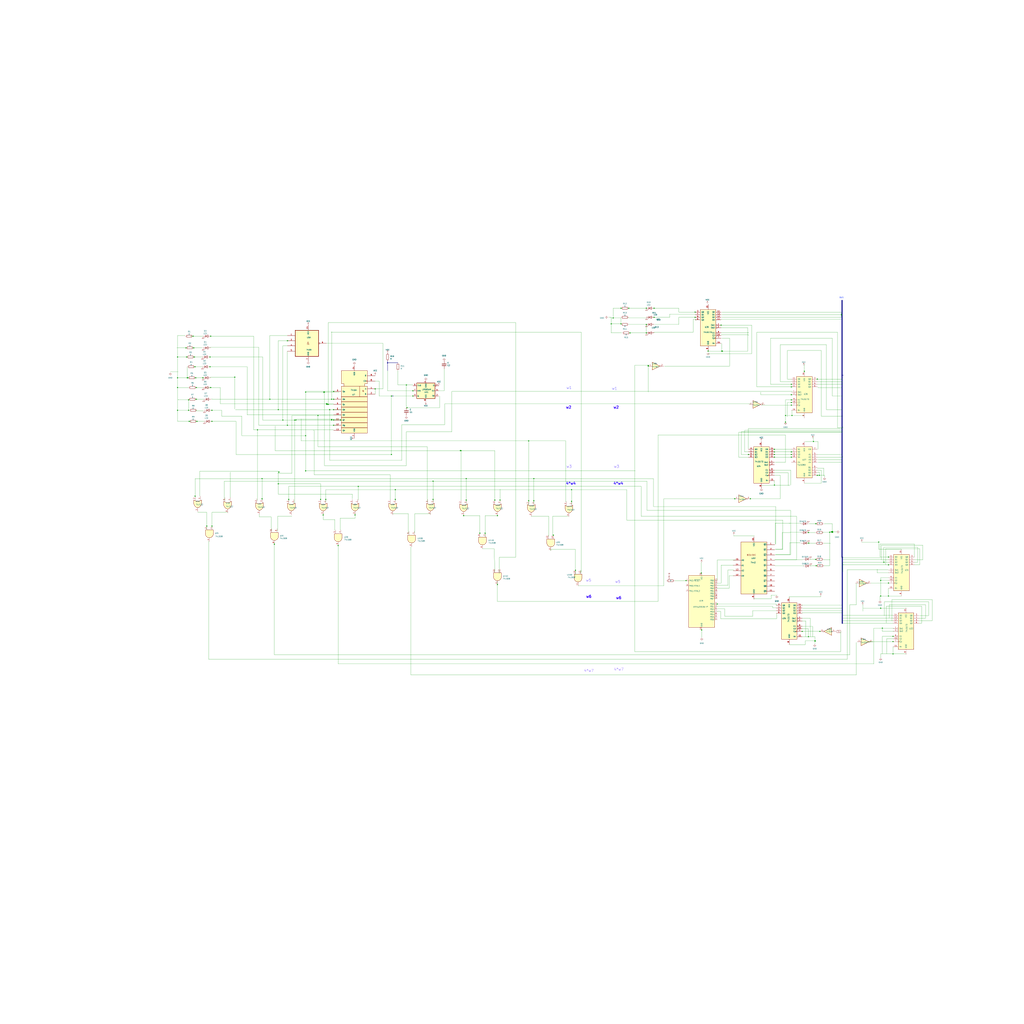
<source format=kicad_sch>
(kicad_sch (version 20230121) (generator eeschema)
  (paper "User" 999.998 999.998)
  (junction (at 325.755 400.05))
  (junction (at 821.69 307.34))
  (junction (at 860.0186 566.8264))
  (junction (at 288.925 410.21))
  (junction (at 678.815 309.88))
  (junction (at 633.095 356.87))
  (junction (at 558.165 478.155))
  (junction (at 872.0836 626.5164))
  (junction (at 615.315 325.12))
  (junction (at 561.975 556.895))
  (junction (at 691.515 342.9))
  (junction (at 669.9504 566.9788))
  (junction (at 207.01 513.715))
  (junction (at 485.775 503.555))
  (junction (at 325.755 389.89))
  (junction (at 271.78 400.05))
  (junction (at 173.355 368.935))
  (junction (at 767.08 412.115))
  (junction (at 756.285 473.71))
  (junction (at 183.515 368.935))
  (junction (at 255.905 467.36))
  (junction (at 332.74 410.21))
  (junction (at 785.495 362.585))
  (junction (at 789.4828 621.7412))
  (junction (at 323.85 389.89))
  (junction (at 867.6386 543.9664))
  (junction (at 796.0106 626.0084))
  (junction (at 190.5 484.505))
  (junction (at 205.74 328.295))
  (junction (at 558.165 489.585))
  (junction (at 207.01 411.48))
  (junction (at 638.81 309.88))
  (junction (at 207.01 400.685))
  (junction (at 860.0186 593.8774))
  (junction (at 320.675 394.97))
  (junction (at 287.655 410.21))
  (junction (at 756.285 441.325))
  (junction (at 772.795 375.285))
  (junction (at 182.245 348.615))
  (junction (at 271.78 472.44))
  (junction (at 783.4376 616.6104))
  (junction (at 485.775 570.865))
  (junction (at 705.485 342.9))
  (junction (at 540.385 522.605))
  (junction (at 800.7096 616.6104))
  (junction (at 229.235 368.3))
  (junction (at 205.74 378.46))
  (junction (at 191.135 368.935))
  (junction (at 349.885 474.98))
  (junction (at 315.595 502.92))
  (junction (at 182.88 368.935))
  (junction (at 756.285 446.405))
  (junction (at 772.795 390.525))
  (junction (at 704.85 342.9))
  (junction (at 717.55 487.045))
  (junction (at 251.46 419.735))
  (junction (at 198.12 368.935))
  (junction (at 325.755 415.29))
  (junction (at 189.23 339.725))
  (junction (at 516.255 488.95))
  (junction (at 191.77 389.89))
  (junction (at 184.785 411.48))
  (junction (at 396.875 375.92))
  (junction (at 298.45 459.74))
  (junction (at 455.295 467.36))
  (junction (at 795.8836 625.8814))
  (junction (at 382.27 443.865))
  (junction (at 181.61 339.725))
  (junction (at 319.405 394.97))
  (junction (at 861.695 613.41))
  (junction (at 188.595 328.295))
  (junction (at 795.8836 626.0084))
  (junction (at 872.0836 621.4364))
  (junction (at 325.755 410.21))
  (junction (at 192.405 411.48))
  (junction (at 614.045 300.99))
  (junction (at 812.7492 519.7856))
  (junction (at 280.67 415.29))
  (junction (at 772.795 385.445))
  (junction (at 812.4952 519.2268))
  (junction (at 772.795 395.605))
  (junction (at 191.77 378.46))
  (junction (at 813.054 519.7856))
  (junction (at 386.08 478.155))
  (junction (at 313.055 487.68))
  (junction (at 521.335 488.95))
  (junction (at 298.45 382.905))
  (junction (at 323.85 410.21))
  (junction (at 382.27 386.715))
  (junction (at 822.325 406.4))
  (junction (at 798.195 370.205))
  (junction (at 860.0186 582.0664))
  (junction (at 422.91 487.68))
  (junction (at 858.1136 529.3614))
  (junction (at 772.795 446.405))
  (junction (at 772.795 443.865))
  (junction (at 483.235 488.315))
  (junction (at 310.515 405.765))
  (junction (at 280.67 332.74))
  (junction (at 321.945 400.05))
  (junction (at 867.6386 569.3664))
  (junction (at 606.425 316.23))
  (junction (at 797.052 552.45))
  (junction (at 205.105 358.14))
  (junction (at 631.19 325.12))
  (junction (at 730.885 443.865))
  (junction (at 403.225 381.635))
  (junction (at 756.285 443.865))
  (junction (at 789.5844 520.0396))
  (junction (at 796.6456 511.4036))
  (junction (at 796.4932 546.3032))
  (junction (at 422.91 469.9))
  (junction (at 255.905 487.045))
  (junction (at 318.77 394.335))
  (junction (at 455.295 488.315))
  (junction (at 316.23 382.905))
  (junction (at 773.43 405.765))
  (junction (at 867.6386 582.0664))
  (junction (at 325.755 382.27))
  (junction (at 800.1 464.185))
  (junction (at 378.46 354.33))
  (junction (at 189.865 348.615))
  (junction (at 638.81 300.99))
  (junction (at 263.525 389.89))
  (junction (at 318.135 487.68))
  (junction (at 190.5 358.14))
  (junction (at 798.195 464.185))
  (junction (at 516.255 430.53))
  (junction (at 633.095 357.505))
  (junction (at 772.795 377.825))
  (junction (at 813.054 519.2268))
  (junction (at 386.08 487.68))
  (junction (at 867.6386 551.5864))
  (junction (at 173.355 378.46))
  (junction (at 772.795 393.065))
  (junction (at 598.805 310.515))
  (junction (at 319.405 394.335))
  (junction (at 789.7876 530.352))
  (junction (at 281.94 487.68))
  (junction (at 330.2 532.765))
  (junction (at 812.7492 519.4808))
  (junction (at 863.1936 549.0464))
  (junction (at 794.385 431.165))
  (junction (at 184.15 400.685))
  (junction (at 184.15 390.525))
  (junction (at 732.79 487.045))
  (junction (at 606.425 300.99))
  (junction (at 366.395 379.73))
  (junction (at 678.815 304.8))
  (junction (at 685.1904 615.2388))
  (junction (at 450.215 440.055))
  (junction (at 201.93 513.715))
  (junction (at 397.51 398.145))
  (junction (at 316.865 382.905))
  (junction (at 267.97 531.495))
  (junction (at 822.325 366.395))
  (junction (at 488.315 488.315))
  (junction (at 684.9364 559.6128))
  (junction (at 811.9364 519.4808))
  (junction (at 276.225 410.21))
  (junction (at 449.58 440.055))
  (junction (at 813.054 519.4808))
  (junction (at 272.415 461.01))
  (junction (at 631.19 316.865))
  (junction (at 872.0836 638.5814))
  (junction (at 631.19 300.99))
  (junction (at 473.71 520.7))
  (junction (at 205.105 348.615))
  (junction (at 767.08 405.765))
  (junction (at 700.4304 589.8388))
  (junction (at 468.63 520.7))
  (junction (at 452.755 503.555))
  (junction (at 173.355 400.685))
  (junction (at 772.795 441.325))
  (junction (at 323.85 409.575))
  (junction (at 173.355 348.615))
  (junction (at 812.4952 519.4808))
  (junction (at 756.285 438.785))
  (junction (at 596.9 316.23))
  (junction (at 403.225 386.715))
  (junction (at 796.0106 625.8814))
  (junction (at 346.71 502.92))
  (junction (at 812.7492 519.2268))
  (junction (at 704.215 317.5))
  (junction (at 521.335 467.36))
  (junction (at 810.26 519.7856))
  (junction (at 298.45 425.45))
  (no_connect (at 383.54 386.715))
  (wire (pts (xy 843.0006 593.8774) (xy 860.0186 593.8774)))
  (wire (pts (xy 521.335 491.49) (xy 521.97 491.49)))
  (wire (pts (xy 804.926 511.4036) (xy 812.7492 511.4036)))
  (wire (pts (xy 192.405 411.48) (xy 199.39 411.48)))
  (wire (pts (xy 771.144 530.098) (xy 771.144 530.352)))
  (wire (pts (xy 323.215 324.485) (xy 567.69 324.485)))
  (wire (pts (xy 271.78 400.05) (xy 271.78 332.74)))
  (wire (pts (xy 756.285 464.185) (xy 762 464.185)))
  (wire (pts (xy 903.8336 590.4484) (xy 868.4006 590.4484)))
  (wire (pts (xy 739.14 377.825) (xy 739.14 324.485)))
  (wire (pts (xy 272.415 460.375) (xy 272.415 461.01)))
  (wire (pts (xy 631.825 498.475) (xy 631.825 469.9)))
  (wire (pts (xy 783.4376 591.2104) (xy 783.4376 590.8294)))
  (wire (pts (xy 313.055 487.68) (xy 313.055 472.44)))
  (wire (pts (xy 867.6386 543.9664) (xy 868.2736 543.9664)))
  (wire (pts (xy 823.2394 608.6348) (xy 865.1494 608.6348)))
  (wire (pts (xy 798.195 459.105) (xy 802.005 459.105)))
  (wire (pts (xy 757.4788 541.528) (xy 771.4488 541.528)))
  (wire (pts (xy 756.285 446.405) (xy 772.795 446.405)))
  (wire (pts (xy 717.55 487.045) (xy 718.82 487.045)))
  (wire (pts (xy 773.43 375.285) (xy 772.795 375.285)))
  (wire (pts (xy 767.08 390.525) (xy 767.08 405.765)))
  (wire (pts (xy 204.47 339.09) (xy 252.73 339.09)))
  (wire (pts (xy 298.45 425.45) (xy 236.22 425.45)))
  (wire (pts (xy 897.4836 603.6564) (xy 903.8336 603.6564)))
  (wire (pts (xy 739.14 324.485) (xy 817.88 324.485)))
  (wire (pts (xy 867.6386 551.5864) (xy 868.2736 551.5864)))
  (wire (pts (xy 264.795 504.825) (xy 264.795 518.16)))
  (wire (pts (xy 187.96 348.615) (xy 189.865 348.615)))
  (wire (pts (xy 267.97 529.59) (xy 267.97 531.495)))
  (wire (pts (xy 789.5844 520.0396) (xy 796.29 520.0396)))
  (wire (pts (xy 796.0106 625.8814) (xy 795.8836 625.8814)))
  (wire (pts (xy 537.845 536.575) (xy 561.975 536.575)))
  (bus (pts (xy 822.325 366.395) (xy 822.325 406.4)) (stroke (width 1)))
  (wire (pts (xy 785.495 356.235) (xy 786.13 356.235)))
  (wire (pts (xy 206.375 411.48) (xy 207.01 411.48)))
  (wire (pts (xy 860.0186 593.8774) (xy 884.9106 593.8774)))
  (wire (pts (xy 252.73 415.29) (xy 280.67 415.29)))
  (wire (pts (xy 561.975 556.895) (xy 561.975 563.88)))
  (wire (pts (xy 194.945 460.375) (xy 272.415 460.375)))
  (wire (pts (xy 316.23 382.905) (xy 316.23 384.175)))
  (wire (pts (xy 455.295 467.36) (xy 455.295 488.315)))
  (wire (pts (xy 789.7876 530.352) (xy 787.908 530.352)))
  (wire (pts (xy 251.46 419.735) (xy 247.65 419.735)))
  (wire (pts (xy 860.6536 546.5064) (xy 867.6386 546.5064)))
  (wire (pts (xy 417.195 436.245) (xy 417.195 490.22)))
  (wire (pts (xy 732.79 487.045) (xy 762 487.045)))
  (wire (pts (xy 893.0386 546.5064) (xy 901.2936 546.5064)))
  (wire (pts (xy 790.1432 511.4036) (xy 796.6456 511.4036)))
  (wire (pts (xy 321.945 399.415) (xy 321.945 400.05)))
  (wire (pts (xy 323.85 389.89) (xy 323.85 323.85)))
  (wire (pts (xy 863.7016 587.6544) (xy 863.7016 601.3704)))
  (wire (pts (xy 366.395 379.095) (xy 366.395 379.73)))
  (wire (pts (xy 270.51 518.16) (xy 271.145 518.16)))
  (wire (pts (xy 786.3586 629.5644) (xy 786.3586 625.8814)))
  (wire (pts (xy 662.94 304.8) (xy 662.94 300.99)))
  (wire (pts (xy 861.6696 621.4364) (xy 861.6696 638.4544)))
  (wire (pts (xy 633.095 356.87) (xy 633.73 356.87)))
  (wire (pts (xy 207.01 411.48) (xy 230.505 411.48)))
  (wire (pts (xy 772.795 395.605) (xy 744.22 395.605)))
  (wire (pts (xy 224.79 461.01) (xy 224.79 485.775)))
  (wire (pts (xy 403.225 381.635) (xy 378.46 381.635)))
  (wire (pts (xy 802.005 342.265) (xy 802.005 406.4)))
  (wire (pts (xy 256.54 410.21) (xy 276.225 410.21)))
  (wire (pts (xy 441.325 382.27) (xy 441.325 421.64)))
  (wire (pts (xy 325.755 394.335) (xy 319.405 394.335)))
  (wire (pts (xy 791.0068 546.3032) (xy 796.4932 546.3032)))
  (wire (pts (xy 798.195 443.865) (xy 822.325 443.865)))
  (wire (pts (xy 812.8 386.715) (xy 822.96 386.715)))
  (wire (pts (xy 190.5 411.48) (xy 192.405 411.48)))
  (wire (pts (xy 294.005 408.94) (xy 294.005 430.53)))
  (wire (pts (xy 298.45 382.27) (xy 298.45 382.905)))
  (wire (pts (xy 873.125 616.585) (xy 861.695 616.585)))
  (wire (pts (xy 594.36 309.88) (xy 596.9 309.88)))
  (wire (pts (xy 561.975 536.575) (xy 561.975 556.895)))
  (wire (pts (xy 810.26 519.7856) (xy 810.26 519.4808)))
  (wire (pts (xy 662.94 309.88) (xy 662.94 316.865)))
  (wire (pts (xy 868.4006 590.4484) (xy 868.4006 603.4024)))
  (wire (pts (xy 860.6536 532.5364) (xy 860.6536 546.5064)))
  (wire (pts (xy 710.8952 571.7032) (xy 710.8952 556.6156)))
  (wire (pts (xy 865.1494 551.4848) (xy 823.2394 551.4848)))
  (wire (pts (xy 867.6386 574.4464) (xy 867.6386 582.0664)))
  (wire (pts (xy 812.4952 519.2268) (xy 812.4952 519.4808)))
  (wire (pts (xy 396.875 375.92) (xy 396.875 396.875)))
  (wire (pts (xy 796.544 530.352) (xy 789.7876 530.352)))
  (wire (pts (xy 598.805 300.99) (xy 598.805 310.515)))
  (wire (pts (xy 386.08 487.68) (xy 386.08 478.155)))
  (wire (pts (xy 596.265 310.515) (xy 598.805 310.515)))
  (wire (pts (xy 346.71 501.015) (xy 346.71 502.92)))
  (wire (pts (xy 180.975 327.66) (xy 173.355 327.66)))
  (wire (pts (xy 700.0494 597.0778) (xy 703.7324 597.0778)))
  (wire (pts (xy 772.795 393.065) (xy 773.43 393.065)))
  (wire (pts (xy 366.395 372.11) (xy 370.205 372.11)))
  (wire (pts (xy 434.34 414.655) (xy 392.43 414.655)))
  (wire (pts (xy 798.83 451.485) (xy 822.325 451.485)))
  (wire (pts (xy 455.295 467.36) (xy 521.335 467.36)))
  (wire (pts (xy 325.755 415.29) (xy 330.2 415.29)))
  (wire (pts (xy 822.325 372.745) (xy 822.325 373.38)))
  (wire (pts (xy 700.278 574.4972) (xy 712.0128 574.4972)))
  (wire (pts (xy 821.69 305.435) (xy 821.69 307.34)))
  (wire (pts (xy 331.47 382.905) (xy 316.865 382.905)))
  (wire (pts (xy 763.9304 536.4988) (xy 763.9304 520.0396)))
  (wire (pts (xy 798.195 446.405) (xy 822.96 446.405)))
  (wire (pts (xy 822.325 369.57) (xy 822.325 370.205)))
  (wire (pts (xy 401.32 533.4) (xy 401.32 659.13)))
  (wire (pts (xy 187.325 339.725) (xy 189.23 339.725)))
  (wire (pts (xy 755.65 438.785) (xy 756.285 438.785)))
  (wire (pts (xy 785.495 362.585) (xy 785.495 356.235)))
  (wire (pts (xy 804.672 552.45) (xy 810.26 552.45)))
  (wire (pts (xy 276.225 410.21) (xy 287.655 410.21)))
  (wire (pts (xy 482.6 558.165) (xy 483.235 558.165)))
  (wire (pts (xy 801.5986 582.7014) (xy 770.6106 582.7014)))
  (wire (pts (xy 764.54 508) (xy 612.14 508)))
  (wire (pts (xy 772.795 370.205) (xy 768.985 370.205)))
  (wire (pts (xy 306.07 420.37) (xy 306.705 420.37)))
  (wire (pts (xy 797.052 552.45) (xy 797.4076 552.45)))
  (wire (pts (xy 298.45 425.45) (xy 298.45 459.74)))
  (wire (pts (xy 670.4584 566.9788) (xy 670.4584 567.1058)))
  (wire (pts (xy 332.74 409.575) (xy 332.74 410.21)))
  (wire (pts (xy 184.785 411.48) (xy 186.69 411.48)))
  (wire (pts (xy 315.595 502.92) (xy 315.595 507.365)))
  (wire (pts (xy 783.5646 596.4174) (xy 823.0616 596.4174)))
  (wire (pts (xy 727.075 441.325) (xy 727.075 420.37)))
  (wire (pts (xy 758.4186 604.1898) (xy 703.7324 604.1898)))
  (wire (pts (xy 685.1904 615.2388) (xy 685.1904 622.4778)))
  (wire (pts (xy 455.295 488.315) (xy 455.295 490.855)))
  (wire (pts (xy 332.105 517.525) (xy 332.105 506.095)))
  (wire (pts (xy 679.45 313.055) (xy 679.45 311.785)))
  (wire (pts (xy 388.62 361.95) (xy 388.62 375.92)))
  (wire (pts (xy 487.68 544.195) (xy 487.68 560.07)))
  (wire (pts (xy 798.195 457.2) (xy 804.545 457.2)))
  (wire (pts (xy 626.11 474.98) (xy 349.885 474.98)))
  (wire (pts (xy 468.63 503.555) (xy 468.63 520.7)))
  (wire (pts (xy 716.4832 522.8336) (xy 716.4832 523.3924)))
  (wire (pts (xy 313.055 488.315) (xy 313.055 487.68)))
  (wire (pts (xy 896.2136 549.0464) (xy 896.2136 534.4414)))
  (wire (pts (xy 859.3836 586.5114) (xy 859.3836 582.0664)))
  (wire (pts (xy 758.4186 599.0844) (xy 758.4186 604.1898)))
  (wire (pts (xy 268.605 440.055) (xy 449.58 440.055)))
  (wire (pts (xy 422.91 469.9) (xy 631.825 469.9)))
  (wire (pts (xy 802.9956 519.7856) (xy 810.26 519.7856)))
  (wire (pts (xy 865.0986 535.7114) (xy 865.0986 551.5864)))
  (wire (pts (xy 805.18 466.09) (xy 805.18 464.185)))
  (wire (pts (xy 691.515 342.265) (xy 691.515 342.9)))
  (wire (pts (xy 403.86 386.715) (xy 403.225 386.715)))
  (wire (pts (xy 539.75 504.19) (xy 539.75 522.605)))
  (wire (pts (xy 783.5646 621.8174) (xy 795.8836 621.8174)))
  (wire (pts (xy 860.0186 582.0664) (xy 867.6386 582.0664)))
  (wire (pts (xy 821.055 616.585) (xy 821.055 636.27)))
  (wire (pts (xy 810.26 552.45) (xy 810.26 519.7856)))
  (wire (pts (xy 903.8336 603.6564) (xy 903.8336 590.4484)))
  (wire (pts (xy 700.532 571.7032) (xy 710.8952 571.7032)))
  (wire (pts (xy 893.0386 531.2664) (xy 859.3836 531.2664)))
  (wire (pts (xy 813.054 519.7856) (xy 813.308 519.7856)))
  (wire (pts (xy 705.485 342.9) (xy 730.25 342.9)))
  (wire (pts (xy 310.515 405.765) (xy 285.115 405.765)))
  (wire (pts (xy 485.775 503.555) (xy 473.71 503.555)))
  (wire (pts (xy 850.4936 569.3664) (xy 867.6386 569.3664)))
  (wire (pts (xy 403.225 375.92) (xy 396.875 375.92)))
  (wire (pts (xy 872.0836 631.5964) (xy 872.0836 638.5814)))
  (wire (pts (xy 173.355 411.48) (xy 184.785 411.48)))
  (wire (pts (xy 716.4832 562.2036) (xy 712.0128 562.2036)))
  (wire (pts (xy 801.0906 616.6104) (xy 800.7096 616.6104)))
  (wire (pts (xy 735.076 601.7768) (xy 707.7964 601.7768)))
  (wire (pts (xy 798.195 464.185) (xy 800.1 464.185)))
  (wire (pts (xy 752.475 375.285) (xy 752.475 330.2)))
  (wire (pts (xy 229.87 400.05) (xy 271.78 400.05)))
  (wire (pts (xy 516.255 430.53) (xy 516.255 488.95)))
  (bus (pts (xy 378.46 352.425) (xy 378.46 354.33)))
  (wire (pts (xy 678.815 306.705) (xy 654.05 306.705)))
  (wire (pts (xy 191.135 368.935) (xy 198.12 368.935)))
  (wire (pts (xy 716.1784 551.8912) (xy 704.1896 551.8912)))
  (wire (pts (xy 704.85 342.9) (xy 705.485 342.9)))
  (wire (pts (xy 700.1764 594.6648) (xy 707.7964 594.6648)))
  (wire (pts (xy 829.945 590.55) (xy 829.945 639.445)))
  (wire (pts (xy 285.115 405.765) (xy 285.115 462.28)))
  (wire (pts (xy 679.45 304.8) (xy 678.815 304.8)))
  (wire (pts (xy 349.885 474.98) (xy 349.885 488.315)))
  (wire (pts (xy 396.875 454.66) (xy 316.865 454.66)))
  (wire (pts (xy 606.425 300.99) (xy 598.805 300.99)))
  (wire (pts (xy 781.7612 530.098) (xy 771.144 530.098)))
  (wire (pts (xy 230.505 443.865) (xy 230.505 411.48)))
  (wire (pts (xy 768.985 393.065) (xy 768.985 407.035)))
  (wire (pts (xy 861.695 613.41) (xy 853.44 613.41)))
  (wire (pts (xy 712.0128 562.2036) (xy 712.0128 574.4972)))
  (wire (pts (xy 184.15 390.525) (xy 184.15 389.89)))
  (wire (pts (xy 558.165 478.155) (xy 558.165 489.585)))
  (wire (pts (xy 756.92 541.655) (xy 772.16 541.655)))
  (wire (pts (xy 280.67 415.29) (xy 280.67 342.9)))
  (wire (pts (xy 756.92 536.4988) (xy 763.9304 536.4988)))
  (wire (pts (xy 397.51 398.145) (xy 429.26 398.145)))
  (wire (pts (xy 194.945 484.505) (xy 194.945 460.375)))
  (wire (pts (xy 554.99 504.19) (xy 539.75 504.19)))
  (wire (pts (xy 386.08 488.95) (xy 386.08 487.68)))
  (wire (pts (xy 183.515 368.935) (xy 184.15 368.935)))
  (wire (pts (xy 785.495 405.765) (xy 773.43 405.765)))
  (wire (pts (xy 319.405 394.97) (xy 320.675 394.97)))
  (wire (pts (xy 190.5 467.36) (xy 255.905 467.36)))
  (wire (pts (xy 768.985 342.265) (xy 802.005 342.265)))
  (wire (pts (xy 893.0386 549.0464) (xy 896.2136 549.0464)))
  (wire (pts (xy 263.525 389.89) (xy 323.85 389.89)))
  (wire (pts (xy 271.78 332.74) (xy 280.67 332.74)))
  (wire (pts (xy 789.4828 621.7412) (xy 789.4828 621.9444)))
  (wire (pts (xy 730.885 327.025) (xy 730.885 327.66)))
  (wire (pts (xy 827.405 556.26) (xy 827.405 643.89)))
  (wire (pts (xy 771.4488 530.352) (xy 771.4488 541.528)))
  (wire (pts (xy 638.81 300.99) (xy 662.94 300.99)))
  (wire (pts (xy 638.81 309.88) (xy 654.05 309.88)))
  (wire (pts (xy 678.815 309.88) (xy 662.94 309.88)))
  (wire (pts (xy 811.9364 519.4808) (xy 812.4952 519.4808)))
  (wire (pts (xy 723.9 421.64) (xy 822.96 421.64)))
  (wire (pts (xy 420.37 501.65) (xy 405.13 501.65)))
  (wire (pts (xy 800.1 461.01) (xy 800.1 464.185)))
  (wire (pts (xy 794.385 426.72) (xy 794.385 431.165)))
  (wire (pts (xy 397.51 397.51) (xy 397.51 398.145)))
  (wire (pts (xy 758.0376 591.2104) (xy 758.0376 589.8388)))
  (wire (pts (xy 313.055 472.44) (xy 271.78 472.44)))
  (wire (pts (xy 205.105 348.615) (xy 256.54 348.615)))
  (bus (pts (xy 822.325 406.4) (xy 822.325 544.195)) (stroke (width 1)))
  (wire (pts (xy 858.1136 529.3614) (xy 858.1136 536.3464)))
  (wire (pts (xy 700.532 566.928) (xy 700.532 546.862)))
  (wire (pts (xy 271.78 461.01) (xy 272.415 461.01)))
  (wire (pts (xy 207.01 513.715) (xy 207.01 515.62)))
  (wire (pts (xy 756.285 546.735) (xy 777.875 546.735)))
  (wire (pts (xy 774.065 385.445) (xy 772.795 385.445)))
  (wire (pts (xy 396.875 396.875) (xy 397.51 396.875)))
  (bus (pts (xy 822.325 366.395) (xy 822.325 367.03)))
  (wire (pts (xy 822.96 445.77) (xy 822.96 446.405)))
  (wire (pts (xy 773.43 405.765) (xy 767.08 405.765)))
  (wire (pts (xy 280.67 327.66) (xy 263.525 327.66)))
  (wire (pts (xy 812.7492 519.2268) (xy 813.054 519.2268)))
  (wire (pts (xy 452.12 503.555) (xy 452.755 503.555)))
  (wire (pts (xy 812.7492 519.7856) (xy 812.7492 520.0396)))
  (wire (pts (xy 730.885 441.325) (xy 727.075 441.325)))
  (wire (pts (xy 318.77 394.97) (xy 319.405 394.97)))
  (wire (pts (xy 783.4376 603.9104) (xy 791.4386 603.9104)))
  (wire (pts (xy 810.26 519.4808) (xy 811.9364 519.4808)))
  (wire (pts (xy 768.985 393.065) (xy 772.795 393.065)))
  (wire (pts (xy 287.02 491.49) (xy 287.655 491.49)))
  (wire (pts (xy 173.355 400.685) (xy 173.355 411.48)))
  (wire (pts (xy 325.755 405.13) (xy 241.3 405.13)))
  (bus (pts (xy 378.46 354.33) (xy 378.46 361.95)))
  (wire (pts (xy 471.17 535.94) (xy 482.6 535.94)))
  (wire (pts (xy 434.34 394.335) (xy 434.34 414.655)))
  (wire (pts (xy 732.155 487.045) (xy 732.79 487.045)))
  (wire (pts (xy 700.4304 589.8388) (xy 758.0376 589.8388)))
  (wire (pts (xy 821.69 307.34) (xy 821.69 309.88)))
  (wire (pts (xy 756.92 546.5572) (xy 783.9964 546.5572)))
  (wire (pts (xy 910.3106 606.1964) (xy 910.3106 585.4954)))
  (wire (pts (xy 306.705 463.55) (xy 306.705 420.37)))
  (wire (pts (xy 797.56 370.205) (xy 798.195 370.205)))
  (wire (pts (xy 721.36 446.405) (xy 721.36 422.275)))
  (wire (pts (xy 705.485 342.9) (xy 705.485 343.535)))
  (wire (pts (xy 398.78 501.65) (xy 398.78 521.335)))
  (wire (pts (xy 704.85 330.2) (xy 712.47 330.2)))
  (wire (pts (xy 755.65 451.485) (xy 756.285 451.485)))
  (wire (pts (xy 802.005 459.105) (xy 802.005 471.805)))
  (wire (pts (xy 796.4932 546.3032) (xy 797.4076 546.3032)))
  (wire (pts (xy 872.3376 626.5164) (xy 872.0836 626.5164)))
  (wire (pts (xy 782.066 511.4036) (xy 782.066 511.0988)))
  (wire (pts (xy 255.905 467.36) (xy 455.295 467.36)))
  (wire (pts (xy 631.19 316.865) (xy 631.19 325.12)))
  (wire (pts (xy 271.78 400.05) (xy 321.945 400.05)))
  (wire (pts (xy 836.295 590.55) (xy 829.945 590.55)))
  (wire (pts (xy 796.0106 625.2464) (xy 796.0106 625.8814)))
  (wire (pts (xy 374.015 379.73) (xy 374.015 335.28)))
  (wire (pts (xy 558.165 489.585) (xy 558.165 492.76)))
  (wire (pts (xy 777.875 504.19) (xy 626.11 504.19)))
  (wire (pts (xy 769.62 461.645) (xy 769.62 474.345)))
  (wire (pts (xy 676.91 311.785) (xy 676.91 324.485)))
  (wire (pts (xy 190.5 358.14) (xy 197.485 358.14)))
  (wire (pts (xy 482.6 535.94) (xy 483.235 558.165)))
  (bus (pts (xy 822.5536 543.9664) (xy 822.5536 608.7364)) (stroke (width 1)))
  (wire (pts (xy 382.27 443.865) (xy 230.505 443.865)))
  (wire (pts (xy 642.62 424.815) (xy 642.62 587.375)))
  (wire (pts (xy 325.755 419.735) (xy 251.46 419.735)))
  (wire (pts (xy 798.195 370.205) (xy 822.325 370.205)))
  (wire (pts (xy 310.515 405.765) (xy 310.515 436.245)))
  (wire (pts (xy 859.3836 543.9664) (xy 867.6386 543.9664)))
  (wire (pts (xy 823.2394 546.4048) (xy 860.7044 546.4048)))
  (wire (pts (xy 252.73 415.29) (xy 252.73 339.09)))
  (wire (pts (xy 736.2952 584.8096) (xy 753.0084 584.8096)))
  (wire (pts (xy 521.335 488.95) (xy 521.335 491.49)))
  (wire (pts (xy 798.195 372.745) (xy 822.325 372.745)))
  (wire (pts (xy 198.12 368.935) (xy 198.755 368.935)))
  (wire (pts (xy 900.0236 591.9724) (xy 865.6066 591.9724)))
  (wire (pts (xy 859.3836 582.0664) (xy 860.0186 582.0664)))
  (wire (pts (xy 783.2344 598.4748) (xy 823.2394 598.4748)))
  (wire (pts (xy 320.675 394.97) (xy 325.755 394.97)))
  (wire (pts (xy 285.115 504.19) (xy 271.145 504.19)))
  (wire (pts (xy 756.285 438.785) (xy 772.795 438.785)))
  (wire (pts (xy 323.85 389.89) (xy 325.755 389.89)))
  (wire (pts (xy 784.86 552.704) (xy 784.4028 552.704)))
  (wire (pts (xy 330.2 532.13) (xy 330.2 532.765)))
  (wire (pts (xy 727.075 420.37) (xy 822.325 420.37)))
  (wire (pts (xy 836.295 659.13) (xy 401.32 659.13)))
  (wire (pts (xy 205.105 328.295) (xy 205.74 328.295)))
  (wire (pts (xy 893.0386 543.9664) (xy 893.0386 531.2664)))
  (wire (pts (xy 319.405 394.97) (xy 319.405 394.335)))
  (wire (pts (xy 858.1136 528.7264) (xy 858.1136 529.3614)))
  (wire (pts (xy 486.41 503.555) (xy 485.775 503.555)))
  (wire (pts (xy 316.865 454.66) (xy 316.865 382.905)))
  (wire (pts (xy 823.1886 558.5714) (xy 823.1886 549.0464)))
  (wire (pts (xy 704.85 309.88) (xy 821.69 309.88)))
  (wire (pts (xy 795.8836 625.8814) (xy 795.8836 626.0084)))
  (wire (pts (xy 188.595 328.295) (xy 186.055 328.295)))
  (wire (pts (xy 323.85 410.21) (xy 323.85 409.575)))
  (wire (pts (xy 429.26 386.715) (xy 429.26 398.145)))
  (wire (pts (xy 823.2394 543.8648) (xy 823.2394 544.4998)))
  (wire (pts (xy 731.52 443.865) (xy 730.885 443.865)))
  (wire (pts (xy 685.1904 614.6038) (xy 685.1904 615.2388)))
  (wire (pts (xy 898.1186 535.7114) (xy 865.0986 535.7114)))
  (wire (pts (xy 280.67 332.74) (xy 282.575 332.74)))
  (wire (pts (xy 812.7492 519.7856) (xy 813.054 519.7856)))
  (wire (pts (xy 772.16 541.655) (xy 772.16 498.475)))
  (wire (pts (xy 906.8816 587.6544) (xy 863.7016 587.6544)))
  (wire (pts (xy 810.26 519.7856) (xy 810.8188 519.7856)))
  (wire (pts (xy 485.775 570.865) (xy 485.775 587.375)))
  (wire (pts (xy 852.2716 626.7704) (xy 847.4456 626.7704)))
  (wire (pts (xy 836.295 569.595) (xy 836.295 590.55)))
  (wire (pts (xy 787.908 530.098) (xy 787.908 530.352)))
  (wire (pts (xy 488.315 477.52) (xy 488.315 488.315)))
  (wire (pts (xy 770.7376 629.5644) (xy 786.3586 629.5644)))
  (wire (pts (xy 654.05 306.705) (xy 654.05 309.88)))
  (wire (pts (xy 564.515 572.135) (xy 648.335 572.135)))
  (wire (pts (xy 785.495 471.805) (xy 802.005 471.805)))
  (wire (pts (xy 321.945 449.58) (xy 321.945 400.05)))
  (wire (pts (xy 288.925 409.575) (xy 323.85 409.575)))
  (wire (pts (xy 897.6106 606.1964) (xy 910.3106 606.1964)))
  (wire (pts (xy 346.71 502.92) (xy 346.71 506.095)))
  (wire (pts (xy 901.2936 546.5064) (xy 901.2936 532.5364)))
  (wire (pts (xy 182.88 368.935) (xy 183.515 368.935)))
  (wire (pts (xy 762 372.745) (xy 762 336.55)))
  (wire (pts (xy 181.61 339.725) (xy 182.245 339.725)))
  (wire (pts (xy 753.0084 581.152) (xy 758.9012 581.152)))
  (wire (pts (xy 325.755 389.89) (xy 327.025 389.89)))
  (wire (pts (xy 812.7492 519.2268) (xy 812.7492 519.4808)))
  (wire (pts (xy 318.135 478.155) (xy 318.135 487.68)))
  (wire (pts (xy 540.385 522.605) (xy 541.02 522.605)))
  (wire (pts (xy 173.355 348.615) (xy 173.355 368.935)))
  (wire (pts (xy 773.43 400.685) (xy 773.43 405.765)))
  (wire (pts (xy 392.43 449.58) (xy 321.945 449.58)))
  (wire (pts (xy 804.3672 530.6568) (xy 810.8188 530.6568)))
  (wire (pts (xy 619.76 356.87) (xy 633.095 356.87)))
  (wire (pts (xy 173.355 378.46) (xy 184.15 378.46)))
  (wire (pts (xy 796.0106 625.8814) (xy 796.0106 626.0084)))
  (wire (pts (xy 867.6386 564.2864) (xy 860.0186 564.2864)))
  (wire (pts (xy 310.515 436.245) (xy 417.195 436.245)))
  (wire (pts (xy 229.235 368.3) (xy 229.87 368.3)))
  (wire (pts (xy 812.8 330.2) (xy 812.8 386.715)))
  (wire (pts (xy 403.225 386.715) (xy 382.27 386.715)))
  (wire (pts (xy 287.655 410.21) (xy 288.925 410.21)))
  (wire (pts (xy 757.555 531.495) (xy 757.555 494.665)))
  (wire (pts (xy 598.805 310.515) (xy 606.425 310.515)))
  (wire (pts (xy 184.15 390.525) (xy 173.99 390.525)))
  (wire (pts (xy 679.45 311.785) (xy 676.91 311.785)))
  (wire (pts (xy 518.795 504.19) (xy 535.94 504.19)))
  (wire (pts (xy 648.97 357.505) (xy 712.47 357.505)))
  (wire (pts (xy 730.885 446.405) (xy 721.36 446.405)))
  (wire (pts (xy 521.335 467.36) (xy 638.175 467.36)))
  (wire (pts (xy 712.47 330.2) (xy 712.47 357.505)))
  (wire (pts (xy 256.54 410.21) (xy 256.54 348.615)))
  (wire (pts (xy 201.93 500.38) (xy 201.93 513.715)))
  (wire (pts (xy 822.325 405.765) (xy 822.325 406.4)))
  (wire (pts (xy 842.7466 590.1944) (xy 842.7466 596.9254)))
  (wire (pts (xy 786.3586 625.8814) (xy 795.8836 625.8814)))
  (wire (pts (xy 614.045 300.99) (xy 631.19 300.99)))
  (wire (pts (xy 267.97 531.495) (xy 267.97 639.445)))
  (wire (pts (xy 596.9 316.23) (xy 596.9 309.88)))
  (wire (pts (xy 216.535 406.4) (xy 216.535 400.685)))
  (wire (pts (xy 796.6456 511.4036) (xy 797.6616 511.4036)))
  (wire (pts (xy 704.85 307.34) (xy 821.69 307.34)))
  (wire (pts (xy 797.9664 552.704) (xy 797.4076 552.704)))
  (wire (pts (xy 298.45 459.74) (xy 298.45 461.01)))
  (wire (pts (xy 801.5986 581.9394) (xy 801.5986 582.7014)))
  (wire (pts (xy 704.85 335.28) (xy 704.85 342.9)))
  (wire (pts (xy 783.4376 616.6104) (xy 783.1836 616.6104)))
  (wire (pts (xy 800.7096 616.6104) (xy 783.4376 616.6104)))
  (wire (pts (xy 383.54 501.65) (xy 398.78 501.65)))
  (wire (pts (xy 756.285 473.71) (xy 771.525 473.71)))
  (wire (pts (xy 503.555 544.195) (xy 487.68 544.195)))
  (wire (pts (xy 202.565 378.46) (xy 205.74 378.46)))
  (wire (pts (xy 735.076 601.7768) (xy 735.076 596.2904)))
  (wire (pts (xy 756.285 469.265) (xy 756.285 473.71)))
  (wire (pts (xy 449.58 439.42) (xy 449.58 440.055)))
  (wire (pts (xy 798.83 438.785) (xy 798.83 431.165)))
  (wire (pts (xy 872.0836 626.5164) (xy 847.4456 626.5164)))
  (wire (pts (xy 812.4952 519.4808) (xy 812.7492 519.4808)))
  (wire (pts (xy 205.74 400.685) (xy 207.01 400.685)))
  (wire (pts (xy 276.225 337.82) (xy 276.225 410.21)))
  (wire (pts (xy 707.7964 601.7768) (xy 707.7964 594.6648)))
  (wire (pts (xy 596.9 325.12) (xy 596.9 316.23)))
  (wire (pts (xy 743.585 473.71) (xy 756.285 473.71)))
  (wire (pts (xy 823.0616 596.2904) (xy 823.0616 596.4174)))
  (wire (pts (xy 567.055 556.895) (xy 567.055 560.07)))
  (wire (pts (xy 186.055 328.295) (xy 186.055 328.93)))
  (wire (pts (xy 730.885 438.15) (xy 730.885 418.465)))
  (wire (pts (xy 450.215 488.315) (xy 450.215 440.055)))
  (wire (pts (xy 812.7492 519.4808) (xy 812.7492 519.7856)))
  (wire (pts (xy 764.54 536.575) (xy 764.54 508)))
  (wire (pts (xy 860.2726 594.1314) (xy 860.2726 594.6394)))
  (wire (pts (xy 756.92 510.8448) (xy 771.7028 510.8448)))
  (wire (pts (xy 822.6044 601.0148) (xy 872.1344 601.0148)))
  (wire (pts (xy 767.08 451.485) (xy 767.08 424.815)))
  (wire (pts (xy 755.65 441.325) (xy 756.285 441.325)))
  (wire (pts (xy 735.076 596.2904) (xy 758.0376 596.2904)))
  (wire (pts (xy 263.525 327.66) (xy 263.525 389.89)))
  (wire (pts (xy 770.6106 582.7014) (xy 770.6106 583.5904)))
  (wire (pts (xy 783.1836 616.6104) (xy 783.1836 616.7374)))
  (wire (pts (xy 794.385 431.165) (xy 798.83 431.165)))
  (wire (pts (xy 271.78 461.01) (xy 271.78 472.44)))
  (wire (pts (xy 772.795 372.745) (xy 762 372.745)))
  (wire (pts (xy 189.23 339.725) (xy 197.485 339.725)))
  (wire (pts (xy 298.45 459.74) (xy 620.395 459.74)))
  (wire (pts (xy 349.885 474.98) (xy 281.94 474.98)))
  (wire (pts (xy 450.215 440.055) (xy 483.235 440.055)))
  (wire (pts (xy 772.795 375.285) (xy 752.475 375.285)))
  (wire (pts (xy 658.9014 566.9788) (xy 669.9504 566.9788)))
  (wire (pts (xy 452.755 503.555) (xy 468.63 503.555)))
  (wire (pts (xy 236.22 425.45) (xy 236.22 406.4)))
  (wire (pts (xy 774.065 377.825) (xy 772.795 377.825)))
  (wire (pts (xy 863.1936 549.0464) (xy 823.1886 549.0464)))
  (wire (pts (xy 734.06 317.5) (xy 734.06 345.44)))
  (wire (pts (xy 789.4828 621.7412) (xy 789.3304 621.7412)))
  (wire (pts (xy 428.625 381.635) (xy 433.705 381.635)))
  (wire (pts (xy 638.175 494.665) (xy 638.175 467.36)))
  (wire (pts (xy 795.8836 621.8174) (xy 795.8836 625.8814)))
  (wire (pts (xy 860.0186 564.2864) (xy 860.0186 566.8264)))
  (wire (pts (xy 788.4668 520.0396) (xy 789.5844 520.0396)))
  (wire (pts (xy 897.6106 608.6094) (xy 900.0236 608.6094)))
  (wire (pts (xy 704.215 311.785) (xy 821.69 311.785)))
  (wire (pts (xy 812.7492 511.4036) (xy 812.7492 519.2268)))
  (wire (pts (xy 204.47 348.615) (xy 205.105 348.615)))
  (wire (pts (xy 813.054 519.2268) (xy 813.308 519.2268)))
  (wire (pts (xy 370.205 386.715) (xy 370.205 372.11)))
  (wire (pts (xy 774.065 390.525) (xy 772.795 390.525)))
  (wire (pts (xy 332.74 409.575) (xy 323.85 409.575)))
  (wire (pts (xy 684.9364 549.148) (xy 684.9364 559.6128)))
  (wire (pts (xy 772.795 377.825) (xy 739.14 377.825)))
  (wire (pts (xy 756.285 461.645) (xy 769.62 461.645)))
  (wire (pts (xy 700.0494 592.1248) (xy 754.6086 592.1248)))
  (wire (pts (xy 318.135 478.155) (xy 386.08 478.155)))
  (wire (pts (xy 434.34 394.335) (xy 733.425 394.335)))
  (wire (pts (xy 596.9 316.23) (xy 606.425 316.23)))
  (wire (pts (xy 872.3376 621.4364) (xy 872.0836 621.4364)))
  (wire (pts (xy 900.0236 608.6094) (xy 900.0236 591.9724)))
  (wire (pts (xy 774.065 382.27) (xy 441.325 382.27)))
  (wire (pts (xy 619.76 636.27) (xy 619.76 356.87)))
  (wire (pts (xy 865.6066 608.7364) (xy 872.0836 608.7364)))
  (wire (pts (xy 804.545 457.2) (xy 804.545 464.82)))
  (wire (pts (xy 772.795 441.325) (xy 774.065 441.325)))
  (wire (pts (xy 198.755 401.32) (xy 191.77 401.32)))
  (wire (pts (xy 330.2 532.765) (xy 330.2 648.335)))
  (wire (pts (xy 767.08 424.815) (xy 642.62 424.815)))
  (wire (pts (xy 756.285 443.865) (xy 772.795 443.865)))
  (wire (pts (xy 783.2344 590.8548) (xy 822.6044 590.8548)))
  (wire (pts (xy 730.885 443.865) (xy 723.9 443.865)))
  (wire (pts (xy 860.0186 594.1314) (xy 860.2726 594.1314)))
  (wire (pts (xy 853.44 648.335) (xy 330.2 648.335)))
  (wire (pts (xy 813.054 519.4808) (xy 813.054 519.2268)))
  (wire (pts (xy 704.215 325.12) (xy 730.885 325.12)))
  (wire (pts (xy 205.105 358.14) (xy 241.3 358.14)))
  (wire (pts (xy 684.9364 559.6128) (xy 685.292 559.6128)))
  (wire (pts (xy 332.105 506.095) (xy 346.71 506.095)))
  (wire (pts (xy 817.88 417.83) (xy 823.595 417.83)))
  (wire (pts (xy 813.054 519.4808) (xy 813.054 519.7856)))
  (wire (pts (xy 315.595 501.015) (xy 315.595 502.92)))
  (wire (pts (xy 703.58 317.5) (xy 704.215 317.5)))
  (wire (pts (xy 366.395 379.73) (xy 366.395 384.81)))
  (wire (pts (xy 631.19 300.355) (xy 631.19 300.99)))
  (wire (pts (xy 288.925 409.575) (xy 288.925 410.21)))
  (wire (pts (xy 607.06 325.12) (xy 596.9 325.12)))
  (wire (pts (xy 633.095 356.87) (xy 633.095 357.505)))
  (wire (pts (xy 797.4076 552.704) (xy 797.4076 552.45)))
  (wire (pts (xy 204.47 358.14) (xy 205.105 358.14)))
  (wire (pts (xy 201.93 513.715) (xy 201.93 516.89)))
  (wire (pts (xy 441.325 421.64) (xy 396.875 421.64)))
  (wire (pts (xy 318.77 394.97) (xy 318.77 394.335)))
  (wire (pts (xy 241.3 405.13) (xy 241.3 358.14)))
  (wire (pts (xy 606.425 316.23) (xy 606.425 310.515)))
  (wire (pts (xy 558.165 478.155) (xy 612.14 478.155)))
  (wire (pts (xy 325.755 400.05) (xy 334.01 400.05)))
  (wire (pts (xy 756.285 441.325) (xy 772.795 441.325)))
  (wire (pts (xy 841.6036 529.3614) (xy 858.1136 529.3614)))
  (wire (pts (xy 215.265 394.335) (xy 215.265 378.46)))
  (wire (pts (xy 298.45 382.905) (xy 298.45 425.45)))
  (wire (pts (xy 865.8606 623.7224) (xy 865.8606 638.4544)))
  (wire (pts (xy 783.4376 611.7844) (xy 793.5976 611.7844)))
  (wire (pts (xy 756.92 531.4696) (xy 756.92 510.8448)))
  (wire (pts (xy 821.055 636.27) (xy 619.76 636.27)))
  (wire (pts (xy 613.41 300.99) (xy 614.045 300.99)))
  (wire (pts (xy 182.245 348.615) (xy 183.515 348.615)))
  (wire (pts (xy 723.9 443.865) (xy 723.9 421.64)))
  (wire (pts (xy 783.4376 606.4504) (xy 786.9936 606.4504)))
  (wire (pts (xy 198.12 328.295) (xy 188.595 328.295)))
  (wire (pts (xy 847.3186 569.3664) (xy 847.3186 570.0014)))
  (wire (pts (xy 783.1836 613.9434) (xy 789.4066 613.9434)))
  (wire (pts (xy 403.86 381.635) (xy 403.225 381.635)))
  (wire (pts (xy 718.1596 546.5572) (xy 718.1596 546.862)))
  (wire (pts (xy 786.13 431.165) (xy 794.385 431.165)))
  (wire (pts (xy 537.845 537.845) (xy 537.845 536.575)))
  (wire (pts (xy 822.96 416.56) (xy 822.96 417.195)))
  (wire (pts (xy 189.865 368.935) (xy 191.135 368.935)))
  (wire (pts (xy 422.91 469.9) (xy 219.075 469.9)))
  (wire (pts (xy 804.1132 546.5572) (xy 810.514 546.5572)))
  (wire (pts (xy 811.9364 519.2268) (xy 812.4952 519.2268)))
  (wire (pts (xy 813.054 519.4808) (xy 816.9656 519.4808)))
  (wire (pts (xy 607.06 300.99) (xy 606.425 300.99)))
  (wire (pts (xy 516.255 488.95) (xy 516.255 492.76)))
  (wire (pts (xy 422.91 487.68) (xy 422.91 490.22)))
  (wire (pts (xy 872.3376 623.7224) (xy 865.8606 623.7224)))
  (wire (pts (xy 785.495 363.855) (xy 785.495 362.585)))
  (wire (pts (xy 812.4952 519.2268) (xy 812.7492 519.2268)))
  (wire (pts (xy 789.4066 613.9434) (xy 789.4066 621.5634)))
  (wire (pts (xy 859.4344 544.4998) (xy 823.2394 544.4998)))
  (wire (pts (xy 539.75 522.605) (xy 540.385 522.605)))
  (wire (pts (xy 699.6684 589.8388) (xy 700.4304 589.8388)))
  (wire (pts (xy 191.77 378.46) (xy 198.12 378.46)))
  (wire (pts (xy 772.795 390.525) (xy 767.08 390.525)))
  (wire (pts (xy 280.67 415.29) (xy 325.755 415.29)))
  (wire (pts (xy 483.235 489.585) (xy 483.235 488.315)))
  (wire (pts (xy 756.5644 552.5008) (xy 756.5644 552.3484)))
  (wire (pts (xy 772.795 385.445) (xy 742.95 385.445)))
  (wire (pts (xy 173.355 368.935) (xy 173.355 378.46)))
  (wire (pts (xy 772.16 459.105) (xy 772.16 473.71)))
  (wire (pts (xy 810.8188 530.6568) (xy 810.8188 530.9108)))
  (wire (pts (xy 756.92 451.485) (xy 767.08 451.485)))
  (wire (pts (xy 802.005 406.4) (xy 822.325 406.4)))
  (wire (pts (xy 798.83 448.945) (xy 822.325 448.945)))
  (wire (pts (xy 253.365 502.285) (xy 253.365 504.825)))
  (wire (pts (xy 896.2136 534.4414) (xy 863.1936 534.4414)))
  (wire (pts (xy 642.62 587.375) (xy 485.775 587.375)))
  (wire (pts (xy 614.045 316.865) (xy 631.19 316.865)))
  (wire (pts (xy 271.145 504.19) (xy 271.145 518.16)))
  (wire (pts (xy 679.45 309.88) (xy 678.815 309.88)))
  (wire (pts (xy 753.0084 584.8096) (xy 753.0084 581.152)))
  (wire (pts (xy 637.54 300.99) (xy 638.81 300.99)))
  (wire (pts (xy 247.65 419.735) (xy 247.65 328.295)))
  (wire (pts (xy 190.5 484.505) (xy 190.5 485.14)))
  (wire (pts (xy 823.2394 551.4848) (xy 823.2394 550.8498)))
  (wire (pts (xy 757.555 536.575) (xy 764.54 536.575)))
  (wire (pts (xy 906.8816 601.1164) (xy 906.8816 587.6544)))
  (wire (pts (xy 321.945 400.05) (xy 325.755 400.05)))
  (wire (pts (xy 865.6066 591.9724) (xy 865.6066 608.7364)))
  (wire (pts (xy 473.71 520.7) (xy 473.71 523.875)))
  (bus (pts (xy 822.325 366.395) (xy 823.595 366.395)))
  (wire (pts (xy 730.885 324.485) (xy 730.885 325.12)))
  (wire (pts (xy 762 464.185) (xy 762 487.045)))
  (wire (pts (xy 203.835 528.32) (xy 203.835 643.89)))
  (wire (pts (xy 236.22 406.4) (xy 216.535 406.4)))
  (wire (pts (xy 318.77 335.28) (xy 374.015 335.28)))
  (wire (pts (xy 184.15 400.685) (xy 184.15 390.525)))
  (wire (pts (xy 173.355 400.685) (xy 184.15 400.685)))
  (wire (pts (xy 468.63 520.7) (xy 468.63 521.335)))
  (wire (pts (xy 772.795 443.865) (xy 773.43 443.865)))
  (bus (pts (xy 388.62 354.33) (xy 378.46 354.33)))
  (wire (pts (xy 325.755 382.27) (xy 298.45 382.27)))
  (wire (pts (xy 251.46 419.735) (xy 251.46 488.95)))
  (wire (pts (xy 910.3106 585.4954) (xy 871.0676 585.4954)))
  (wire (pts (xy 817.88 324.485) (xy 817.88 417.83)))
  (wire (pts (xy 521.335 467.36) (xy 521.335 488.95)))
  (wire (pts (xy 205.74 378.46) (xy 215.265 378.46)))
  (wire (pts (xy 822.325 406.4) (xy 822.325 407.035)))
  (wire (pts (xy 386.08 478.155) (xy 558.165 478.155)))
  (wire (pts (xy 758.0376 593.6234) (xy 754.6086 593.6234)))
  (wire (pts (xy 327.025 518.16) (xy 327.025 507.365)))
  (wire (pts (xy 219.075 469.9) (xy 219.075 488.95)))
  (wire (pts (xy 872.0836 621.4364) (xy 861.6696 621.4364)))
  (wire (pts (xy 791.4386 603.9104) (xy 791.4386 621.9444)))
  (wire (pts (xy 793.5976 611.7844) (xy 793.5976 621.9444)))
  (wire (pts (xy 382.27 386.715) (xy 382.27 443.865)))
  (wire (pts (xy 294.005 430.53) (xy 516.255 430.53)))
  (wire (pts (xy 754.6086 593.6234) (xy 754.6086 592.1248)))
  (wire (pts (xy 721.36 422.275) (xy 822.325 422.275)))
  (wire (pts (xy 865.0986 551.5864) (xy 867.6386 551.5864)))
  (wire (pts (xy 783.8694 594.0298) (xy 822.6044 594.0298)))
  (wire (pts (xy 795.8836 626.0084) (xy 795.8836 628.6754)))
  (wire (pts (xy 190.5 389.89) (xy 191.77 389.89)))
  (wire (pts (xy 861.695 616.585) (xy 861.695 613.41)))
  (wire (pts (xy 344.17 482.6) (xy 271.78 482.6)))
  (wire (pts (xy 405.13 501.65) (xy 405.13 520.7)))
  (wire (pts (xy 767.08 405.765) (xy 767.08 412.115)))
  (wire (pts (xy 807.085 336.55) (xy 807.085 400.05)))
  (wire (pts (xy 827.405 643.89) (xy 203.835 643.89)))
  (wire (pts (xy 700.532 546.862) (xy 718.1596 546.862)))
  (wire (pts (xy 173.355 348.615) (xy 182.245 348.615)))
  (wire (pts (xy 633.095 357.505) (xy 633.095 382.905)))
  (wire (pts (xy 271.145 462.28) (xy 285.115 462.28)))
  (wire (pts (xy 836.295 627.38) (xy 836.295 659.13)))
  (wire (pts (xy 271.78 472.44) (xy 271.78 482.6)))
  (wire (pts (xy 860.0186 566.8264) (xy 860.0186 582.0664)))
  (wire (pts (xy 704.215 327.025) (xy 730.885 327.025)))
  (wire (pts (xy 795.8836 626.0084) (xy 796.0106 626.0084)))
  (wire (pts (xy 188.595 358.14) (xy 190.5 358.14)))
  (wire (pts (xy 773.43 395.605) (xy 772.795 395.605)))
  (wire (pts (xy 786.9936 606.4504) (xy 786.9936 621.9444)))
  (wire (pts (xy 272.415 461.01) (xy 272.415 461.645)))
  (wire (pts (xy 813.308 519.2268) (xy 813.308 519.7856)))
  (wire (pts (xy 812.7492 519.4808) (xy 813.054 519.4808)))
  (wire (pts (xy 381 487.68) (xy 381 463.55)))
  (wire (pts (xy 822.5536 606.1964) (xy 872.0836 606.1964)))
  (wire (pts (xy 744.22 394.335) (xy 744.22 395.605)))
  (wire (pts (xy 772.16 498.475) (xy 631.825 498.475)))
  (wire (pts (xy 772.795 446.405) (xy 773.43 446.405)))
  (wire (pts (xy 316.23 382.905) (xy 316.865 382.905)))
  (wire (pts (xy 287.655 410.21) (xy 287.655 491.49)))
  (wire (pts (xy 823.2394 603.5548) (xy 872.1344 603.5548)))
  (wire (pts (xy 318.135 487.68) (xy 318.135 490.22)))
  (wire (pts (xy 704.215 320.04) (xy 730.25 320.04)))
  (wire (pts (xy 867.6386 569.3664) (xy 868.2736 569.3664)))
  (wire (pts (xy 280.67 337.82) (xy 276.225 337.82)))
  (wire (pts (xy 871.0676 585.4954) (xy 871.0676 606.4504)))
  (wire (pts (xy 777.875 546.735) (xy 777.875 504.19)))
  (wire (pts (xy 255.905 488.315) (xy 255.905 487.045)))
  (wire (pts (xy 193.04 500.38) (xy 201.93 500.38)))
  (wire (pts (xy 205.105 368.3) (xy 229.235 368.3)))
  (wire (pts (xy 516.255 430.53) (xy 552.45 430.53)))
  (wire (pts (xy 191.77 400.05) (xy 191.77 401.32)))
  (wire (pts (xy 396.875 421.64) (xy 396.875 454.66)))
  (wire (pts (xy 798.195 461.01) (xy 800.1 461.01)))
  (wire (pts (xy 515.62 492.76) (xy 516.255 492.76)))
  (wire (pts (xy 207.01 389.255) (xy 207.01 389.89)))
  (wire (pts (xy 166.37 363.22) (xy 173.99 363.22)))
  (wire (pts (xy 298.45 382.905) (xy 316.23 382.905)))
  (wire (pts (xy 847.4456 626.7704) (xy 847.4456 626.5164)))
  (wire (pts (xy 319.405 394.335) (xy 318.77 394.335)))
  (wire (pts (xy 253.365 504.825) (xy 264.795 504.825)))
  (wire (pts (xy 381 463.55) (xy 306.705 463.55)))
  (wire (pts (xy 318.77 394.335) (xy 215.265 394.335)))
  (wire (pts (xy 755.65 446.405) (xy 756.285 446.405)))
  (wire (pts (xy 789.4828 621.538) (xy 789.4828 621.7412)))
  (wire (pts (xy 867.6386 549.0464) (xy 863.1936 549.0464)))
  (wire (pts (xy 756.285 459.105) (xy 772.16 459.105)))
  (wire (pts (xy 704.85 304.8) (xy 821.69 304.8)))
  (wire (pts (xy 704.85 342.9) (xy 691.515 342.9)))
  (wire (pts (xy 503.555 314.96) (xy 503.555 544.195)))
  (wire (pts (xy 860.0186 638.5814) (xy 872.0836 638.5814)))
  (wire (pts (xy 382.27 386.715) (xy 370.205 386.715)))
  (wire (pts (xy 691.515 345.44) (xy 734.06 345.44)))
  (wire (pts (xy 281.94 487.68) (xy 281.94 489.585)))
  (wire (pts (xy 396.875 375.92) (xy 388.62 375.92)))
  (wire (pts (xy 757.555 494.665) (xy 638.175 494.665)))
  (wire (pts (xy 767.08 412.115) (xy 767.08 414.02)))
  (wire (pts (xy 853.44 613.41) (xy 853.44 648.335)))
  (bus (pts (xy 822.325 293.37) (xy 822.325 366.395)) (stroke (width 1)))
  (wire (pts (xy 612.14 508) (xy 612.14 478.155)))
  (wire (pts (xy 205.74 328.295) (xy 247.65 328.295)))
  (wire (pts (xy 172.72 339.725) (xy 181.61 339.725)))
  (wire (pts (xy 867.6386 582.0664) (xy 880.3386 582.0664)))
  (wire (pts (xy 320.675 314.96) (xy 503.555 314.96)))
  (wire (pts (xy 798.83 377.825) (xy 798.83 378.46)))
  (wire (pts (xy 552.45 490.22) (xy 552.45 430.53)))
  (wire (pts (xy 648.335 572.135) (xy 648.335 487.045)))
  (wire (pts (xy 897.9916 601.1164) (xy 906.8816 601.1164)))
  (wire (pts (xy 648.335 487.045) (xy 717.55 487.045)))
  (wire (pts (xy 704.215 317.5) (xy 734.06 317.5)))
  (wire (pts (xy 872.0836 638.5814) (xy 884.7836 638.5814)))
  (wire (pts (xy 614.68 325.12) (xy 615.315 325.12)))
  (wire (pts (xy 281.94 474.98) (xy 281.94 487.68)))
  (wire (pts (xy 207.01 500.38) (xy 207.01 513.715)))
  (wire (pts (xy 736.854 523.3924) (xy 716.4832 523.3924)))
  (wire (pts (xy 191.77 389.89) (xy 198.755 389.89)))
  (wire (pts (xy 669.9504 566.9788) (xy 670.4584 566.9788)))
  (wire (pts (xy 189.865 348.615) (xy 197.485 348.615)))
  (wire (pts (xy 868.045 559.435) (xy 856.615 559.435)))
  (wire (pts (xy 810.514 546.3032) (xy 810.514 546.5572)))
  (wire (pts (xy 762 336.55) (xy 807.085 336.55)))
  (wire (pts (xy 768.985 370.205) (xy 768.985 342.265)))
  (wire (pts (xy 800.1 464.185) (xy 805.18 464.185)))
  (wire (pts (xy 893.0386 551.5864) (xy 898.1186 551.5864)))
  (wire (pts (xy 327.025 507.365) (xy 315.595 507.365)))
  (wire (pts (xy 710.8952 556.6156) (xy 717.042 556.6156)))
  (wire (pts (xy 229.235 399.415) (xy 229.235 368.3)))
  (wire (pts (xy 742.95 382.905) (xy 742.95 385.445)))
  (wire (pts (xy 222.25 500.38) (xy 207.01 500.38)))
  (wire (pts (xy 190.5 467.36) (xy 190.5 484.505)))
  (wire (pts (xy 320.675 394.97) (xy 320.675 314.96)))
  (wire (pts (xy 191.135 378.46) (xy 191.77 378.46)))
  (wire (pts (xy 811.9364 519.2268) (xy 811.9364 519.4808)))
  (wire (pts (xy 367.03 379.73) (xy 374.015 379.73)))
  (wire (pts (xy 396.875 398.145) (xy 397.51 398.145)))
  (wire (pts (xy 325.755 410.21) (xy 332.74 410.21)))
  (wire (pts (xy 860.0186 566.8264) (xy 867.6386 566.8264)))
  (wire (pts (xy 860.2726 594.6394) (xy 860.5266 594.6394)))
  (wire (pts (xy 255.905 487.045) (xy 255.905 467.36)))
  (wire (pts (xy 327.025 382.27) (xy 325.755 382.27)))
  (wire (pts (xy 771.4488 519.7856) (xy 782.32 519.7856)))
  (wire (pts (xy 703.7324 604.1898) (xy 703.7324 597.0778)))
  (wire (pts (xy 856.615 555.625) (xy 856.615 559.435)))
  (wire (pts (xy 433.705 360.045) (xy 433.705 381.635)))
  (wire (pts (xy 678.815 304.8) (xy 662.94 304.8)))
  (wire (pts (xy 867.41 556.26) (xy 827.405 556.26)))
  (wire (pts (xy 344.17 487.045) (xy 344.17 482.6)))
  (wire (pts (xy 859.3836 531.2664) (xy 859.3836 543.9664)))
  (wire (pts (xy 860.0186 638.5814) (xy 860.0186 642.3914)))
  (wire (pts (xy 268.605 415.925) (xy 268.605 440.055)))
  (wire (pts (xy 873.125 613.41) (xy 861.695 613.41)))
  (wire (pts (xy 392.43 414.655) (xy 392.43 449.58)))
  (wire (pts (xy 730.885 418.465) (xy 822.325 418.465)))
  (wire (pts (xy 798.83 378.46) (xy 822.325 378.46)))
  (wire (pts (xy 796.0106 626.0084) (xy 796.0106 626.2624)))
  (wire (pts (xy 898.1186 551.5864) (xy 898.1186 535.7114)))
  (wire (pts (xy 639.445 316.865) (xy 662.94 316.865)))
  (wire (pts (xy 807.085 400.05) (xy 822.325 400.05)))
  (wire (pts (xy 173.99 389.89) (xy 173.99 390.525)))
  (wire (pts (xy 382.905 443.865) (xy 382.27 443.865)))
  (wire (pts (xy 182.88 368.935) (xy 182.88 358.14)))
  (wire (pts (xy 763.9304 520.0396) (xy 771.7028 520.0396)))
  (wire (pts (xy 880.3386 536.3464) (xy 858.1136 536.3464)))
  (wire (pts (xy 378.46 361.95) (xy 378.46 381.635)))
  (wire (pts (xy 332.74 410.21) (xy 333.375 410.21)))
  (wire (pts (xy 422.91 469.9) (xy 422.91 487.68)))
  (wire (pts (xy 207.01 389.89) (xy 263.525 389.89)))
  (wire (pts (xy 207.01 400.685) (xy 216.535 400.685)))
  (wire (pts (xy 606.425 316.23) (xy 607.06 316.23)))
  (wire (pts (xy 626.11 504.19) (xy 626.11 474.98)))
  (wire (pts (xy 699.9732 569.468) (xy 704.1896 569.468)))
  (wire (pts (xy 638.175 309.88) (xy 638.81 309.88)))
  (wire (pts (xy 863.1936 534.4414) (xy 863.1936 549.0464)))
  (wire (pts (xy 333.375 405.765) (xy 310.515 405.765)))
  (wire (pts (xy 173.355 378.46) (xy 173.355 400.685)))
  (wire (pts (xy 755.65 443.865) (xy 756.285 443.865)))
  (wire (pts (xy 612.775 310.515) (xy 631.19 310.515)))
  (wire (pts (xy 752.475 330.2) (xy 812.8 330.2)))
  (wire (pts (xy 615.315 325.12) (xy 631.19 325.12)))
  (wire (pts (xy 829.945 639.445) (xy 267.97 639.445)))
  (wire (pts (xy 567.69 324.485) (xy 567.69 558.8)))
  (wire (pts (xy 784.6568 552.5008) (xy 756.5644 552.5008)))
  (wire (pts (xy 173.355 327.66) (xy 173.355 348.615)))
  (wire (pts (xy 488.315 488.315) (xy 488.315 488.95)))
  (wire (pts (xy 638.175 324.485) (xy 676.91 324.485)))
  (wire (pts (xy 473.71 503.555) (xy 473.71 520.7)))
  (wire (pts (xy 483.235 488.315) (xy 483.235 440.055)))
  (wire (pts (xy 684.9364 559.6128) (xy 684.9364 559.9684)))
  (wire (pts (xy 485.775 567.69) (xy 485.775 570.865)))
  (wire (pts (xy 797.56 464.185) (xy 798.195 464.185)))
  (wire (pts (xy 288.925 410.21) (xy 323.85 410.21)))
  (wire (pts (xy 791.0068 552.45) (xy 797.052 552.45)))
  (wire (pts (xy 704.1896 551.8912) (xy 704.1896 569.468)))
  (wire (pts (xy 323.85 410.21) (xy 325.755 410.21)))
  (wire (pts (xy 173.355 368.935) (xy 182.88 368.935)))
  (wire (pts (xy 770.5852 511.0988) (xy 782.066 511.0988)))
  (wire (pts (xy 184.15 400.685) (xy 184.785 400.685)))
  (wire (pts (xy 901.2936 532.5364) (xy 860.6536 532.5364)))
  (wire (pts (xy 449.58 440.055) (xy 450.215 440.055)))
  (wire (pts (xy 860.0186 593.8774) (xy 860.0186 594.1314)))
  (wire (pts (xy 730.25 320.04) (xy 730.25 342.9)))
  (wire (pts (xy 535.94 504.19) (xy 535.94 523.875)))
  (wire (pts (xy 798.195 375.285) (xy 822.96 375.285)))
  (text "w2" (at 598.805 399.415 0) (effects (font (size 2.54 2.54) (thickness 0.508) bold) (justify left bottom)))
  (text "4*w4" (at 598.805 473.71 0) (effects (font (size 2.54 2.54) (thickness 0.508) bold) (justify left bottom)))
  (text "4*w7" (at 570.23 656.59 0) (effects (font (size 2.54 2.54)) (justify left bottom)))
  (text "w6" (at 572.135 584.2 0) (effects (font (size 2.54 2.54) (thickness 0.508) bold) (justify left bottom)))
  (text "w5" (at 572.135 568.325 0) (effects (font (size 2.54 2.54)) (justify left bottom)))
  (text "w1" (at 553.085 380.365 0) (effects (font (size 2.54 2.54)) (justify left bottom)))
  (text "BUS" (at 819.785 291.465 0) (effects (font (size 1.27 1.27)) (justify left bottom)))
  (text "w5" (at 600.71 569.595 0) (effects (font (size 2.54 2.54)) (justify left bottom)))
  (text "w1" (at 597.535 381 0) (effects (font (size 2.54 2.54)) (justify left bottom)))
  (text "4*w7" (at 599.44 655.32 0) (effects (font (size 2.54 2.54)) (justify left bottom)))
  (text "w3" (at 553.085 457.2 0) (effects (font (size 2.54 2.54)) (justify left bottom)))
  (text "w6" (at 601.345 585.47 0) (effects (font (size 2.54 2.54) (thickness 0.508) bold) (justify left bottom)))
  (text "4*w4" (at 552.45 473.71 0) (effects (font (size 2.54 2.54) (thickness 0.508) bold) (justify left bottom)))
  (text "w3" (at 599.44 457.2 0) (effects (font (size 2.54 2.54)) (justify left bottom)))
  (text "w2" (at 552.45 399.415 0) (effects (font (size 2.54 2.54) (thickness 0.508) bold) (justify left bottom)))
  (global_label "T1" (shape input) (at 816.3306 616.7374 0) (property "Intersheetrefs" "${INTERSHEET_REFS}" (effects hide)))
  (symbol (lib_id "Device:LED") (at 787.908 545.9984 180) (unit 1)
    (property "Reference" "D17" (at 784.86 543.7632 0))
    (property "Value" "LED" (at 787.654 543.7632 0))
  )
  (symbol (lib_id "power:GND") (at 685.3174 622.7318 0) (unit 1)
    (property "Reference" "#PWR015" (effects hide))
    (property "Value" "GND" (at 685.3174 628.1928 0))
  )
  (symbol (lib_id "Device:LED") (at 201.295 348.615 0) (unit 1)
    (property "Reference" "D1" (at 199.7075 343.535 0))
    (property "Value" "LED" (at 199.7075 346.075 0))
  )
  (symbol (lib_id "74xx:74LS04") (at 844.6516 626.7704 0) (unit 1)
    (property "Reference" "U30" (at 843.1276 624.3574 0))
    (property "Value" "74LS04" (at 843.8896 627.4054 0))
    (property "Datasheet" "http://www.ti.com/lit/gpn/sn74LS04" (effects hide))
  )
  (symbol (lib_id "power:GND") (at 795.6296 629.0564 0) (unit 1)
    (property "Reference" "#PWR025" (effects hide))
    (property "Value" "GND" (at 795.6296 633.5014 0))
  )
  (symbol (lib_id "74xx:74LS32") (at 284.48 495.3 270) (unit 1)
    (property "Reference" "U4" (at 282.575 492.76 90) (effects (justify left)))
    (property "Value" "74LS32" (at 282.575 495.935 90) (effects (justify left)))
    (property "Datasheet" "http://www.ti.com/lit/gpn/sn74LS32" (effects hide))
  )
  (symbol (lib_id "74xx:74LS04") (at 808.3296 616.6104 0) (mirror y) (unit 1)
    (property "Reference" "U28" (at 809.8536 614.4514 0))
    (property "Value" "74LS04" (at 809.5996 616.7374 0))
    (property "Datasheet" "http://www.ti.com/lit/gpn/sn74LS04" (effects hide))
  )
  (symbol (lib_id "Device:LED") (at 203.2 400.685 0) (unit 1)
    (property "Reference" "D8" (at 201.6125 395.605 0))
    (property "Value" "LED" (at 201.6125 398.145 0))
  )
  (symbol (lib_id "power:GND") (at 805.18 466.09 0) (unit 1)
    (property "Reference" "#PWR027" (effects hide))
    (property "Value" "GND" (at 805.18 470.535 0))
  )
  (symbol (lib_name "R_4") (lib_id "Device:R") (at 188.595 411.48 270) (unit 1)
    (property "Reference" "R9" (at 188.595 407.035 90))
    (property "Value" "R" (at 188.595 409.575 90))
  )
  (symbol (lib_id "74xx:74LS32") (at 315.595 495.3 270) (unit 1)
    (property "Reference" "U6" (at 313.69 492.76 90) (effects (justify left)))
    (property "Value" "74LS32" (at 313.69 495.935 90) (effects (justify left)))
    (property "Datasheet" "http://www.ti.com/lit/gpn/sn74LS32" (effects hide))
  )
  (symbol (lib_id "power:VCC") (at 743.585 430.53 0) (unit 1)
    (property "Reference" "#PWR019" (effects hide))
    (property "Value" "VCC" (at 743.585 427.355 0))
  )
  (symbol (lib_name "R_5") (lib_id "Device:R") (at 610.235 316.865 270) (mirror x) (unit 1)
    (property "Reference" "R14" (at 610.235 321.31 90))
    (property "Value" "R" (at 610.235 318.77 90))
  )
  (symbol (lib_id "power:GND") (at 433.705 352.425 0) (mirror x) (unit 1)
    (property "Reference" "#PWR012" (effects hide))
    (property "Value" "GND" (at 433.705 347.345 0))
  )
  (symbol (lib_id "power:GND") (at 859.3836 586.5114 0) (unit 1)
    (property "Reference" "#PWR031" (effects hide))
    (property "Value" "GND" (at 859.3836 590.9564 0))
  )
  (symbol (lib_id "Device:C") (at 433.705 356.235 0) (mirror x) (unit 1)
    (property "Reference" "C2" (at 436.88 356.87 0) (effects (justify left)))
    (property "Value" "C" (at 436.88 354.33 0) (effects (justify left)))
  )
  (symbol (lib_id "74xx:74LS283") (at 785.495 451.485 0) (mirror y) (unit 1)
    (property "Reference" "U27" (at 787.4 448.945 0) (effects (justify left)))
    (property "Value" "74LS283" (at 786.765 454.025 0) (effects (justify left)))
    (property "Datasheet" "http://www.ti.com/lit/gpn/sn74LS283" (effects hide))
  )
  (symbol (lib_id "Device:LED") (at 201.93 328.295 0) (unit 1)
    (property "Reference" "D3" (at 200.3425 323.215 0))
    (property "Value" "LED" (at 200.3425 325.755 0))
  )
  (symbol (lib_name "R_2") (lib_id "Device:R") (at 388.62 358.14 0) (unit 1)
    (property "Reference" "R11" (at 391.16 357.505 0) (effects (justify left)))
    (property "Value" "R" (at 391.16 360.045 0) (effects (justify left)))
  )
  (symbol (lib_id "Device:LED") (at 635 325.12 0) (unit 1)
    (property "Reference" "D13" (at 641.35 319.405 0))
    (property "Value" "LED" (at 638.175 320.04 0))
  )
  (symbol (lib_id "74xx:74LS173") (at 880.3386 559.2064 0) (unit 1)
    (property "Reference" "U31" (at 883.5136 556.6664 0) (effects (justify left)))
    (property "Value" "74LS173" (at 880.9736 560.4764 90) (effects (justify left)))
    (property "Datasheet" "http://www.ti.com/lit/gpn/sn74LS173" (effects hide))
  )
  (symbol (lib_id "74xx:74LS04") (at 739.14 394.97 0) (unit 1)
    (property "Reference" "U23" (at 737.616 392.557 0))
    (property "Value" "74LS04" (at 738.378 395.605 0))
    (property "Datasheet" "http://www.ti.com/lit/gpn/sn74LS04" (effects hide))
  )
  (symbol (lib_id "74xx:74LS08") (at 471.17 528.32 270) (unit 2)
    (property "Reference" "U14" (at 476.885 527.6767 90) (effects (justify left)))
    (property "Value" "74LS08" (at 476.885 530.2167 90) (effects (justify left)))
    (property "Datasheet" "http://www.ti.com/lit/gpn/sn74LS08" (effects hide))
  )
  (symbol (lib_id "74xx:74LS32") (at 346.71 495.3 270) (unit 1)
    (property "Reference" "U8" (at 344.805 492.76 90) (effects (justify left)))
    (property "Value" "74LS32" (at 344.805 495.935 90) (effects (justify left)))
    (property "Datasheet" "http://www.ti.com/lit/gpn/sn74LS32" (effects hide))
  )
  (symbol (lib_id "Device:R") (at 654.8374 567.1058 90) (unit 1)
    (property "Reference" "R16" (effects hide))
    (property "Value" "R" (at 654.2024 567.1058 90) (effects (justify right)))
  )
  (symbol (lib_id "74xx:74LS173") (at 691.515 320.04 0) (mirror y) (unit 1)
    (property "Reference" "U20" (at 692.15 319.405 0) (effects (justify left)))
    (property "Value" "74LS173" (at 695.325 324.485 0) (effects (justify left)))
    (property "Datasheet" "http://www.ti.com/lit/gpn/sn74LS173" (effects hide))
  )
  (symbol (lib_name "R_1") (lib_id "Device:R") (at 800.3032 530.6568 270) (unit 1)
    (property "Reference" "R17" (at 800.0492 527.8628 90))
    (property "Value" "R" (at 800.0492 530.6568 90))
  )
  (symbol (lib_id "power:VCC") (at 300.99 317.5 0) (unit 1)
    (property "Reference" "#PWR02" (effects hide))
    (property "Value" "VCC" (at 300.99 313.69 0))
  )
  (symbol (lib_id "74xx:74LS173") (at 743.585 454.025 0) (mirror y) (unit 1)
    (property "Reference" "U24" (at 742.95 455.295 0) (effects (justify left)))
    (property "Value" "74LS173" (at 745.49 450.85 0) (effects (justify left)))
    (property "Datasheet" "http://www.ti.com/lit/gpn/sn74LS173" (effects hide))
  )
  (symbol (lib_name "R_5") (lib_id "Device:R") (at 611.505 325.12 270) (mirror x) (unit 1)
    (property "Reference" "R15" (at 611.505 329.565 90))
    (property "Value" "R" (at 611.505 327.025 90))
  )
  (symbol (lib_name "R_4") (lib_id "Device:R") (at 187.96 378.46 270) (unit 1)
    (property "Reference" "R6" (at 187.96 374.015 90))
    (property "Value" "R" (at 187.96 376.555 90))
  )
  (symbol (lib_id "Device:LED") (at 635 316.865 0) (unit 1)
    (property "Reference" "D12" (at 643.255 312.42 0))
    (property "Value" "LED" (at 642.62 311.785 0))
  )
  (symbol (lib_id "power:GND") (at 415.925 371.475 0) (mirror x) (unit 1)
    (property "Reference" "#PWR09" (effects hide))
    (property "Value" "GND" (at 415.925 366.395 0))
  )
  (symbol (lib_id "power:VCC") (at 378.46 344.805 0) (unit 1)
    (property "Reference" "#PWR07" (effects hide))
    (property "Value" "VCC" (at 378.46 341.63 0))
  )
  (symbol (lib_id "power:VCC") (at 690.88 296.545 0) (unit 1)
    (property "Reference" "#PWR016" (effects hide))
    (property "Value" "VCC" (at 690.88 292.735 0))
  )
  (symbol (lib_id "power:GND") (at 691.515 344.17 0) (unit 1)
    (property "Reference" "#PWR017" (effects hide))
    (property "Value" "GND" (at 691.515 348.615 0))
  )
  (symbol (lib_id "74xx:74LS08") (at 537.845 530.225 270) (unit 4)
    (property "Reference" "U2" (at 542.925 529.5817 90) (effects (justify left)))
    (property "Value" "74LS08" (at 542.925 532.1217 90) (effects (justify left)))
    (property "Datasheet" "http://www.ti.com/lit/gpn/sn74LS08" (effects hide))
  )
  (symbol (lib_id "power:VCC") (at 842.3656 590.7024 0) (unit 1)
    (property "Reference" "#PWR030" (effects hide))
    (property "Value" "VCC" (at 842.3656 587.1464 0))
  )
  (symbol (lib_name "R_3") (lib_id "Device:R") (at 378.46 348.615 0) (unit 1)
    (property "Reference" "R10" (at 381 347.98 0) (effects (justify left)))
    (property "Value" "R" (at 381 350.52 0) (effects (justify left)))
  )
  (symbol (lib_id "power:GND") (at 743.585 476.885 0) (unit 1)
    (property "Reference" "#PWR020" (effects hide))
    (property "Value" "GND" (at 743.585 481.965 0))
  )
  (symbol (lib_id "power:VCC") (at 346.075 427.99 90) (mirror x) (unit 1)
    (property "Reference" "#PWR05" (effects hide))
    (property "Value" "VCC" (at 342.9 427.99 0))
  )
  (symbol (lib_id "Device:LED") (at 785.9776 530.352 180) (unit 1)
    (property "Reference" "D16" (at 782.9296 528.1168 0))
    (property "Value" "LED" (at 785.7236 528.1168 0))
  )
  (symbol (lib_id "Device:LED") (at 201.93 368.935 0) (unit 1)
    (property "Reference" "D5" (at 200.3425 363.855 0))
    (property "Value" "LED" (at 200.3425 366.395 0))
  )
  (symbol (lib_id "74xx_IEEE:7442") (at 736.2952 554.6852 0) (unit 1)
    (property "Reference" "U22" (at 733.806 545.1856 0) (effects (justify left)))
    (property "Value" "7442" (at 732.9424 549.402 0) (effects (justify left)))
  )
  (symbol (lib_id "74xx_IEEE:7420") (at 300.99 335.28 0) (unit 1)
    (property "Reference" "U5" (at 301.625 329.565 0))
    (property "Value" "7420" (at 301.625 341.63 0))
  )
  (symbol (lib_id "power:VCC") (at 801.5986 581.9394 0) (unit 1)
    (property "Reference" "#PWR026" (effects hide))
    (property "Value" "VCC" (at 801.5986 578.1294 0))
  )
  (symbol (lib_id "74xx:74LS08") (at 267.97 523.875 270) (unit 3)
    (property "Reference" "U2" (at 273.05 523.2317 90) (effects (justify left)))
    (property "Value" "74LS08" (at 273.05 525.7717 90) (effects (justify left)))
    (property "Datasheet" "http://www.ti.com/lit/gpn/sn74LS08" (effects hide))
  )
  (symbol (lib_id "power:VCC") (at 366.395 366.395 0) (unit 1)
    (property "Reference" "#PWR06" (effects hide))
    (property "Value" "VCC" (at 366.395 361.95 0))
  )
  (symbol (lib_name "R_4") (lib_id "Device:R") (at 187.325 368.935 270) (unit 1)
    (property "Reference" "R5" (at 187.325 364.49 90))
    (property "Value" "R" (at 187.325 367.03 90))
  )
  (symbol (lib_id "Device:LED") (at 785.6728 511.4036 180) (unit 1)
    (property "Reference" "D14" (at 782.6248 509.1684 0))
    (property "Value" "LED" (at 785.4188 509.1684 0))
  )
  (symbol (lib_id "74xx:74LS32") (at 485.775 495.935 270) (unit 1)
    (property "Reference" "U15" (at 483.87 493.395 90) (effects (justify left)))
    (property "Value" "74LS32" (at 483.87 496.57 90) (effects (justify left)))
    (property "Datasheet" "http://www.ti.com/lit/gpn/sn74LS32" (effects hide))
  )
  (symbol (lib_id "power:GND") (at 816.9656 519.4808 90) (unit 1)
    (property "Reference" "#PWR028" (effects hide))
    (property "Value" "GND" (at 815.34 524.51 90) (effects (justify right)))
  )
  (symbol (lib_id "power:GND") (at 396.875 406.4 0) (unit 1)
    (property "Reference" "#PWR08" (effects hide))
    (property "Value" "GND" (at 396.875 410.845 0))
  )
  (symbol (lib_id "power:VCC") (at 685.0888 549.3512 0) (unit 1)
    (property "Reference" "#PWR014" (effects hide))
    (property "Value" "VCC" (at 685.0888 545.2872 0))
  )
  (symbol (lib_id "power:VCC") (at 415.925 392.43 0) (mirror x) (unit 1)
    (property "Reference" "#PWR010" (effects hide))
    (property "Value" "VCC" (at 415.925 396.24 0))
  )
  (symbol (lib_name "R_1") (lib_id "Device:R") (at 800.3032 546.3032 270) (unit 1)
    (property "Reference" "R18" (at 800.0492 543.5092 90))
    (property "Value" "R" (at 800.0492 546.3032 90))
  )
  (symbol (lib_id "74xx:74LS08") (at 564.515 564.515 270) (unit 4)
    (property "Reference" "U10" (at 553.72 561.34 90) (effects (justify left)))
    (property "Value" "74LS08" (at 554.355 563.88 90) (effects (justify left)))
    (property "Datasheet" "http://www.ti.com/lit/gpn/sn74LS08" (effects hide))
  )
  (symbol (lib_id "74xx:74LS32") (at 420.37 495.3 270) (unit 1)
    (property "Reference" "U12" (at 418.465 492.76 90) (effects (justify left)))
    (property "Value" "74LS32" (at 418.465 495.935 90) (effects (justify left)))
    (property "Datasheet" "http://www.ti.com/lit/gpn/sn74LS32" (effects hide))
  )
  (symbol (lib_id "74xx:74LS32") (at 518.795 496.57 270) (unit 1)
    (property "Reference" "U16" (at 516.89 494.03 90) (effects (justify left)))
    (property "Value" "74LS32" (at 516.89 497.205 90) (effects (justify left)))
    (property "Datasheet" "http://www.ti.com/lit/gpn/sn74LS32" (effects hide))
  )
  (symbol (lib_id "74xx:74LS08") (at 330.2 525.145 270) (unit 2)
    (property "Reference" "U2" (at 335.915 524.5017 90) (effects (justify left)))
    (property "Value" "74LS08" (at 335.915 527.0417 90) (effects (justify left)))
    (property "Datasheet" "http://www.ti.com/lit/gpn/sn74LS08" (effects hide))
  )
  (symbol (lib_id "Device:LED") (at 203.2 411.48 0) (unit 1)
    (property "Reference" "D9" (at 201.6125 405.765 0))
    (property "Value" "LED" (at 201.6125 408.305 0))
  )
  (symbol (lib_id "74xx:74LS04") (at 725.17 487.045 0) (unit 1)
    (property "Reference" "U21" (at 723.646 484.632 0))
    (property "Value" "74LS04" (at 724.408 487.68 0))
    (property "Datasheet" "http://www.ti.com/lit/gpn/sn74LS04" (effects hide))
  )
  (symbol (lib_name "R_1") (lib_id "Device:R") (at 800.862 552.45 270) (unit 1)
    (property "Reference" "R21" (at 800.608 549.656 90))
    (property "Value" "R" (at 800.608 552.45 90))
  )
  (symbol (lib_name "R_4") (lib_id "Device:R") (at 185.42 339.725 270) (unit 1)
    (property "Reference" "R2" (at 185.42 335.28 90))
    (property "Value" "R" (at 185.42 337.82 90))
  )
  (symbol (lib_name "R_4") (lib_id "Device:R") (at 184.785 328.295 270) (unit 1)
    (property "Reference" "R1" (at 184.785 323.85 90))
    (property "Value" "R" (at 184.785 326.39 90))
  )
  (symbol (lib_id "power:GND") (at 346.075 356.235 0) (mirror x) (unit 1)
    (property "Reference" "#PWR04" (effects hide))
    (property "Value" "GND" (at 346.075 351.155 0))
  )
  (symbol (lib_id "74xx:74LS08") (at 485.775 563.245 270) (unit 4)
    (property "Reference" "U14" (at 490.855 562.6017 90) (effects (justify left)))
    (property "Value" "74LS08" (at 490.855 565.1417 90) (effects (justify left)))
    (property "Datasheet" "http://www.ti.com/lit/gpn/sn74LS08" (effects hide))
  )
  (symbol (lib_id "power:VCC") (at 784.86 356.87 0) (unit 1)
    (property "Reference" "#PWR023" (effects hide))
    (property "Value" "VCC" (at 784.86 353.695 0))
  )
  (symbol (lib_id "Device:LED") (at 635 300.99 0) (unit 1)
    (property "Reference" "D10" (at 633.4125 295.275 0))
    (property "Value" "LED" (at 633.4125 297.815 0))
  )
  (symbol (lib_id "Device:LED") (at 201.295 358.14 0) (unit 1)
    (property "Reference" "D2" (at 199.7075 352.425 0))
    (property "Value" "LED" (at 199.7075 354.965 0))
  )
  (symbol (lib_name "R_4") (lib_id "Device:R") (at 187.96 389.89 270) (unit 1)
    (property "Reference" "R7" (at 187.96 385.445 90))
    (property "Value" "R" (at 187.96 387.985 90))
  )
  (symbol (lib_id "power:GND") (at 166.37 363.855 0) (unit 1)
    (property "Reference" "#PWR01" (effects hide))
    (property "Value" "GND" (at 166.37 368.935 0))
  )
  (symbol (lib_id "power:VCC") (at 428.625 376.555 0) (unit 1)
    (property "Reference" "#PWR011" (effects hide))
    (property "Value" "VCC" (at 428.625 372.745 0))
  )
  (symbol (lib_name "R_5") (lib_id "Device:R") (at 610.235 300.99 270) (unit 1)
    (property "Reference" "R12" (at 610.235 296.545 90))
    (property "Value" "R" (at 610.235 299.085 90))
  )
  (symbol (lib_id "74xx:74LS04") (at 640.715 357.505 0) (unit 1)
    (property "Reference" "U18" (at 639.191 355.092 0))
    (property "Value" "74LS04" (at 639.953 358.14 0))
    (property "Datasheet" "http://www.ti.com/lit/gpn/sn74LS04" (effects hide))
  )
  (symbol (lib_id "power:GND") (at 300.99 353.06 0) (unit 1)
    (property "Reference" "#PWR03" (effects hide))
    (property "Value" "GND" (at 300.99 358.14 0))
  )
  (symbol (lib_id "Device:C") (at 396.875 401.955 0) (mirror x) (unit 1)
    (property "Reference" "C1" (at 400.05 402.59 0) (effects (justify left)))
    (property "Value" "C" (at 400.05 400.05 0) (effects (justify left)))
  )
  (symbol (lib_id "74xx:74LS173") (at 785.495 385.445 0) (unit 1)
    (property "Reference" "U26" (at 784.86 384.81 0) (effects (justify left)))
    (property "Value" "74LS173" (at 781.685 389.89 0) (effects (justify left)))
    (property "Datasheet" "http://www.ti.com/lit/gpn/sn74LS173" (effects hide))
  )
  (symbol (lib_name "R_4") (lib_id "Device:R") (at 186.69 358.14 270) (unit 1)
    (property "Reference" "R4" (at 186.69 353.695 90))
    (property "Value" "R" (at 186.69 356.235 90))
  )
  (symbol (lib_id "74xx:74LS32") (at 193.04 492.125 270) (unit 1)
    (property "Reference" "U1" (at 191.135 489.585 90) (effects (justify left)))
    (property "Value" "74LS32" (at 191.135 492.76 90) (effects (justify left)))
    (property "Datasheet" "http://www.ti.com/lit/gpn/sn74LS32" (effects hide))
  )
  (symbol (lib_id "MCU_Microchip_ATtiny:ATtiny2313A-P") (at 685.1904 587.2988 0) (unit 1)
    (property "Reference" "U19" (at 682.7774 586.6638 0) (effects (justify left)))
    (property "Value" "ATtiny2313A-P" (at 676.9354 592.6328 0) (effects (justify left)))
    (property "Footprint" "Package_DIP:DIP-20_W7.62mm" (effects hide))
    (property "Datasheet" "http://ww1.microchip.com/downloads/en/DeviceDoc/doc8246.pdf" (effects hide))
  )
  (symbol (lib_id "74xx:74LS08") (at 204.47 521.335 270) (unit 1)
    (property "Reference" "U2" (at 209.55 520.6917 90) (effects (justify left)))
    (property "Value" "74LS08" (at 210.185 523.875 90) (effects (justify left)))
    (property "Datasheet" "http://www.ti.com/lit/gpn/sn74LS08" (effects hide))
  )
  (symbol (lib_id "74xx:74LS32") (at 222.25 493.395 270) (unit 2)
    (property "Reference" "U1" (at 220.345 491.49 90) (effects (justify left)))
    (property "Value" "74LS32" (at 220.345 494.665 90) (effects (justify left)))
    (property "Datasheet" "http://www.ti.com/lit/gpn/sn74LS32" (effects hide))
  )
  (symbol (lib_id "power:VCC") (at 841.6036 529.3614 0) (unit 1)
    (property "Reference" "#PWR029" (effects hide))
    (property "Value" "VCC" (at 841.6036 525.5514 0))
  )
  (symbol (lib_name "R_5") (lib_id "Device:R") (at 610.235 309.88 270) (unit 1)
    (property "Reference" "R13" (at 610.235 305.435 90))
    (property "Value" "R" (at 610.235 307.975 90))
  )
  (symbol (lib_id "power:GND") (at 593.725 309.88 270) (unit 1)
    (property "Reference" "#PWR013" (effects hide))
    (property "Value" "GND" (at 589.915 310.515 90) (effects (justify right)))
  )
  (symbol (lib_id "power:VCC") (at 793.75 427.99 0) (unit 1)
    (property "Reference" "#PWR024" (effects hide))
    (property "Value" "VCC" (at 793.75 424.815 0))
  )
  (symbol (lib_id "74xx:74LS08") (at 401.955 526.415 270) (unit 2)
    (property "Reference" "U10" (at 407.67 525.7717 90) (effects (justify left)))
    (property "Value" "74LS08" (at 407.67 528.3117 90) (effects (justify left)))
    (property "Datasheet" "http://www.ti.com/lit/gpn/sn74LS08" (effects hide))
  )
  (symbol (lib_name "R_4") (lib_id "Device:R") (at 186.055 348.615 270) (unit 1)
    (property "Reference" "R3" (at 186.055 344.17 90))
    (property "Value" "R" (at 186.055 346.71 90))
  )
  (symbol (lib_id "Device:LED") (at 788.2128 552.704 180) (unit 1)
    (property "Reference" "D18" (at 785.1648 550.4688 0))
    (property "Value" "LED" (at 787.9588 550.4688 0))
  )
  (symbol (lib_id "74xx:74LS32") (at 253.365 494.665 270) (unit 1)
    (property "Reference" "U3" (at 251.46 492.125 90) (effects (justify left)))
    (property "Value" "74LS32" (at 251.46 495.3 90) (effects (justify left)))
    (property "Datasheet" "http://www.ti.com/lit/gpn/sn74LS32" (effects hide))
  )
  (symbol (lib_id "power:VCC") (at 716.7372 522.2748 0) (unit 1)
    (property "Reference" "#PWR018" (effects hide))
    (property "Value" "VCC" (at 716.7372 518.4648 0))
  )
  (symbol (lib_id "Device:LED") (at 202.565 389.89 0) (unit 1)
    (property "Reference" "D7" (at 200.9775 384.175 0))
    (property "Value" "LED" (at 200.9775 386.715 0))
  )
  (symbol (lib_id "Device:LED") (at 635 309.88 0) (unit 1)
    (property "Reference" "D11" (at 638.81 305.435 0))
    (property "Value" "LED" (at 640.08 307.34 0))
  )
  (symbol (lib_id "Device:LED") (at 785.7744 520.0396 180) (unit 1)
    (property "Reference" "D15" (at 782.7264 517.8044 0))
    (property "Value" "LED" (at 785.5204 517.8044 0))
  )
  (symbol (lib_id "74xx_IEEE:74164") (at 346.075 379.73 0) (mirror y) (unit 1)
    (property "Reference" "U7" (at 346.71 385.445 0) (effects (justify left)))
    (property "Value" "74164" (at 348.615 381 0) (effects (justify left)))
  )
  (symbol (lib_id "74xx:74LS04") (at 842.8736 569.3664 0) (unit 1)
    (property "Reference" "U29" (at 840.9686 568.0964 0))
    (property "Value" "74LS04" (at 842.2386 570.0014 0))
    (property "Datasheet" "http://www.ti.com/lit/gpn/sn74LS04" (effects hide))
  )
  (symbol (lib_name "R_1") (lib_id "Device:R") (at 800.4556 511.4036 270) (unit 1)
    (property "Reference" "R20" (at 800.2016 508.6096 90))
    (property "Value" "R" (at 800.2016 511.1496 90))
  )
  (symbol (lib_id "74xx:74LS32") (at 555.625 497.205 270) (unit 1)
    (property "Reference" "U17" (at 553.72 494.665 90) (effects (justify left)))
    (property "Value" "74LS32" (at 553.72 497.84 90) (effects (justify left)))
    (property "Datasheet" "http://www.ti.com/lit/gpn/sn74LS32" (effects hide))
  )
  (symbol (lib_id "74xx:74LS173") (at 770.7376 606.4504 0) (mirror y) (unit 1)
    (property "Reference" "U25" (at 767.5626 603.9104 0) (effects (justify left)))
    (property "Value" "74LS173" (at 770.1026 607.7204 90) (effects (justify left)))
    (property "Datasheet" "http://www.ti.com/lit/gpn/sn74LS173" (effects hide))
  )
  (symbol (lib_id "Timer:LM555xM") (at 415.925 381.635 180) (unit 1)
    (property "Reference" "U11" (at 418.465 382.905 0) (effects (justify left)))
    (property "Value" "LM555xM" (at 421.005 380.365 0) (effects (justify left)))
    (property "Footprint" "Package_SO:SOIC-8_3.9x4.9mm_P1.27mm" (effects hide))
    (property "Datasheet" "http://www.ti.com/lit/ds/symlink/lm555.pdf" (effects hide))
  )
  (symbol (lib_id "Device:LED") (at 201.93 339.725 0) (unit 1)
    (property "Reference" "D4" (at 200.3425 334.01 0))
    (property "Value" "LED" (at 200.3425 336.55 0))
  )
  (symbol (lib_id "74xx:74LS32") (at 452.755 495.935 270) (unit 1)
    (property "Reference" "U13" (at 450.85 493.395 90) (effects (justify left)))
    (property "Value" "74LS32" (at 450.85 496.57 90) (effects (justify left)))
    (property "Datasheet" "http://www.ti.com/lit/gpn/sn74LS32" (effects hide))
  )
  (symbol (lib_id "power:GND") (at 767.08 412.115 0) (unit 1)
    (property "Reference" "#PWR022" (effects hide))
    (property "Value" "GND" (at 767.08 417.195 0))
  )
  (symbol (lib_id "Device:LED") (at 201.93 378.46 0) (unit 1)
    (property "Reference" "D6" (at 200.3425 372.745 0))
    (property "Value" "LED" (at 200.3425 375.285 0))
  )
  (symbol (lib_id "74xx:74LS32") (at 383.54 495.3 270) (unit 1)
    (property "Reference" "U9" (at 381.635 492.76 90) (effects (justify left)))
    (property "Value" "74LS32" (at 381.635 495.935 90) (effects (justify left)))
    (property "Datasheet" "http://www.ti.com/lit/gpn/sn74LS32" (effects hide))
  )
  (symbol (lib_id "power:GND") (at 758.5964 581.4568 0) (unit 1)
    (property "Reference" "#PWR021" (effects hide))
    (property "Value" "GND" (at 758.5964 587.0448 0))
  )
  (symbol (lib_id "power:GND") (at 860.0186 642.3914 0) (unit 1)
    (property "Reference" "#PWR032" (effects hide))
    (property "Value" "GND" (at 860.0186 646.8364 0))
  )
  (symbol (lib_name "R_1") (lib_id "Device:R") (at 800.354 520.0396 270) (unit 1)
    (property "Reference" "R19" (at 800.1 517.2456 90))
    (property "Value" "R" (at 800.1 520.0396 90))
  )
  (symbol (lib_id "74xx:74LS173") (at 884.7836 616.3564 0) (unit 1)
    (property "Reference" "U32" (at 887.9586 613.8164 0) (effects (justify left)))
    (property "Value" "74LS173" (at 885.4186 617.6264 90) (effects (justify left)))
    (property "Datasheet" "http://www.ti.com/lit/gpn/sn74LS173" (effects hide))
  )
  (symbol (lib_name "R_4") (lib_id "Device:R") (at 188.595 400.685 270) (unit 1)
    (property "Reference" "R8" (at 188.595 396.24 90))
    (property "Value" "R" (at 188.595 398.78 90))
  )
)
</source>
